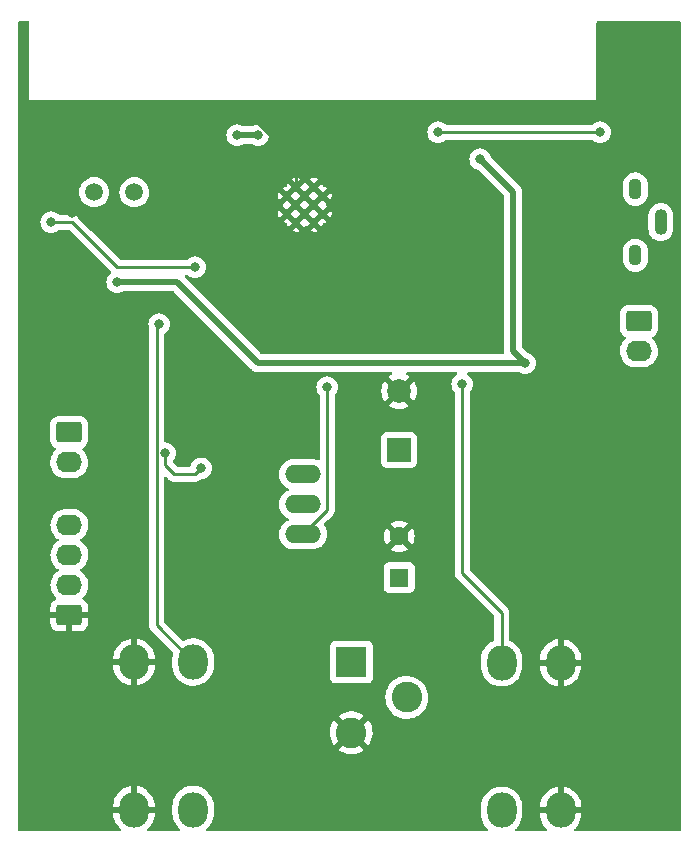
<source format=gbl>
G04 #@! TF.GenerationSoftware,KiCad,Pcbnew,(6.0.10-0)*
G04 #@! TF.CreationDate,2023-03-07T13:43:11-06:00*
G04 #@! TF.ProjectId,v0.0,76302e30-2e6b-4696-9361-645f70636258,rev?*
G04 #@! TF.SameCoordinates,Original*
G04 #@! TF.FileFunction,Copper,L2,Bot*
G04 #@! TF.FilePolarity,Positive*
%FSLAX46Y46*%
G04 Gerber Fmt 4.6, Leading zero omitted, Abs format (unit mm)*
G04 Created by KiCad (PCBNEW (6.0.10-0)) date 2023-03-07 13:43:11*
%MOMM*%
%LPD*%
G01*
G04 APERTURE LIST*
G04 Aperture macros list*
%AMRoundRect*
0 Rectangle with rounded corners*
0 $1 Rounding radius*
0 $2 $3 $4 $5 $6 $7 $8 $9 X,Y pos of 4 corners*
0 Add a 4 corners polygon primitive as box body*
4,1,4,$2,$3,$4,$5,$6,$7,$8,$9,$2,$3,0*
0 Add four circle primitives for the rounded corners*
1,1,$1+$1,$2,$3*
1,1,$1+$1,$4,$5*
1,1,$1+$1,$6,$7*
1,1,$1+$1,$8,$9*
0 Add four rect primitives between the rounded corners*
20,1,$1+$1,$2,$3,$4,$5,0*
20,1,$1+$1,$4,$5,$6,$7,0*
20,1,$1+$1,$6,$7,$8,$9,0*
20,1,$1+$1,$8,$9,$2,$3,0*%
G04 Aperture macros list end*
G04 #@! TA.AperFunction,ComponentPad*
%ADD10RoundRect,0.250000X0.845000X-0.620000X0.845000X0.620000X-0.845000X0.620000X-0.845000X-0.620000X0*%
G04 #@! TD*
G04 #@! TA.AperFunction,ComponentPad*
%ADD11O,2.190000X1.740000*%
G04 #@! TD*
G04 #@! TA.AperFunction,ComponentPad*
%ADD12O,2.500000X3.000000*%
G04 #@! TD*
G04 #@! TA.AperFunction,ComponentPad*
%ADD13R,2.000000X2.000000*%
G04 #@! TD*
G04 #@! TA.AperFunction,ComponentPad*
%ADD14C,2.000000*%
G04 #@! TD*
G04 #@! TA.AperFunction,ComponentPad*
%ADD15RoundRect,0.250000X-0.845000X0.620000X-0.845000X-0.620000X0.845000X-0.620000X0.845000X0.620000X0*%
G04 #@! TD*
G04 #@! TA.AperFunction,ComponentPad*
%ADD16R,2.600000X2.600000*%
G04 #@! TD*
G04 #@! TA.AperFunction,ComponentPad*
%ADD17C,2.600000*%
G04 #@! TD*
G04 #@! TA.AperFunction,ComponentPad*
%ADD18O,3.048000X1.524000*%
G04 #@! TD*
G04 #@! TA.AperFunction,HeatsinkPad*
%ADD19C,0.475000*%
G04 #@! TD*
G04 #@! TA.AperFunction,ComponentPad*
%ADD20R,1.600000X1.600000*%
G04 #@! TD*
G04 #@! TA.AperFunction,ComponentPad*
%ADD21C,1.600000*%
G04 #@! TD*
G04 #@! TA.AperFunction,ComponentPad*
%ADD22O,1.100000X1.800000*%
G04 #@! TD*
G04 #@! TA.AperFunction,ComponentPad*
%ADD23O,1.100000X2.200000*%
G04 #@! TD*
G04 #@! TA.AperFunction,ComponentPad*
%ADD24C,1.500000*%
G04 #@! TD*
G04 #@! TA.AperFunction,ViaPad*
%ADD25C,0.800000*%
G04 #@! TD*
G04 #@! TA.AperFunction,Conductor*
%ADD26C,0.254000*%
G04 #@! TD*
G04 #@! TA.AperFunction,Conductor*
%ADD27C,0.508000*%
G04 #@! TD*
G04 APERTURE END LIST*
D10*
X124734000Y-101346000D03*
D11*
X124734000Y-98806000D03*
X124734000Y-96266000D03*
X124734000Y-93726000D03*
D12*
X130208000Y-117810000D03*
X130208000Y-105310000D03*
X135208000Y-117810000D03*
X135208000Y-105310000D03*
D13*
X152654000Y-87376000D03*
D14*
X152654000Y-82376000D03*
D12*
X161330000Y-105372000D03*
X161330000Y-117872000D03*
X166330000Y-105372000D03*
X166330000Y-117872000D03*
D11*
X172954000Y-78994000D03*
D15*
X172954000Y-76454000D03*
D16*
X148602000Y-105306000D03*
D17*
X148602000Y-111306000D03*
X153302000Y-108306000D03*
D18*
X144526000Y-89408000D03*
X144526000Y-94488000D03*
X144526000Y-91948000D03*
D19*
X143907500Y-68130000D03*
X145432500Y-65080000D03*
X146195000Y-65842500D03*
X143145000Y-65842500D03*
X145432500Y-68130000D03*
X143907500Y-65080000D03*
X143145000Y-67367500D03*
X145432500Y-66605000D03*
X144670000Y-65842500D03*
X143907500Y-66605000D03*
X146195000Y-67367500D03*
X144670000Y-67367500D03*
D20*
X152654000Y-98172651D03*
D21*
X152654000Y-94672651D03*
D11*
X124714000Y-88392000D03*
D15*
X124714000Y-85852000D03*
D22*
X172661000Y-70872000D03*
X172661000Y-65272000D03*
D23*
X174811000Y-68072000D03*
D24*
X126824000Y-65532000D03*
X130224000Y-65532000D03*
D25*
X164846000Y-71374000D03*
X128778000Y-68834000D03*
X129794000Y-83058000D03*
X122936000Y-76962000D03*
X165100000Y-93980000D03*
X124968000Y-67310000D03*
X168656000Y-81280000D03*
X138176000Y-59216500D03*
X127000000Y-76962000D03*
X145288000Y-100330000D03*
X125476000Y-62230000D03*
X169418000Y-73660000D03*
X128778000Y-85090000D03*
X156464000Y-89916000D03*
X135631016Y-83161536D03*
X129794000Y-99314000D03*
X132334000Y-76708000D03*
X163322000Y-80010000D03*
X138938000Y-60706000D03*
X128778000Y-73152000D03*
X140716000Y-60706000D03*
X159512000Y-62738000D03*
X146558000Y-82042000D03*
X132842000Y-87630000D03*
X135895714Y-88905714D03*
X157988000Y-81788000D03*
X123190000Y-68072000D03*
X135382000Y-71882000D03*
X169672000Y-60452000D03*
X155956000Y-60452000D03*
D26*
X140254634Y-59216500D02*
X138176000Y-59216500D01*
X143907500Y-65080000D02*
X143907500Y-62869366D01*
X143907500Y-62869366D02*
X140254634Y-59216500D01*
X132334000Y-76708000D02*
X132115000Y-76927000D01*
X132115000Y-76927000D02*
X132115000Y-102217000D01*
X132115000Y-102217000D02*
X135208000Y-105310000D01*
D27*
X162306000Y-78994000D02*
X162306000Y-65532000D01*
X163322000Y-80010000D02*
X140716000Y-80010000D01*
X163322000Y-80010000D02*
X162306000Y-78994000D01*
X140716000Y-80010000D02*
X133858000Y-73152000D01*
X138938000Y-60706000D02*
X140716000Y-60706000D01*
X162306000Y-65532000D02*
X159512000Y-62738000D01*
X133858000Y-73152000D02*
X128778000Y-73152000D01*
D26*
X146558000Y-92456000D02*
X146558000Y-82042000D01*
X144526000Y-94488000D02*
X146558000Y-92456000D01*
X135382000Y-89408000D02*
X133604000Y-89408000D01*
X132842000Y-88646000D02*
X132842000Y-87630000D01*
X135884286Y-88905714D02*
X135382000Y-89408000D01*
X133604000Y-89408000D02*
X132842000Y-88646000D01*
X135895714Y-88905714D02*
X135884286Y-88905714D01*
X157988000Y-97790000D02*
X157988000Y-81788000D01*
X157988000Y-97790000D02*
X161330000Y-101132000D01*
X161330000Y-101132000D02*
X161330000Y-105372000D01*
X124968000Y-68072000D02*
X123190000Y-68072000D01*
X128778000Y-71882000D02*
X124968000Y-68072000D01*
X135382000Y-71882000D02*
X128778000Y-71882000D01*
X155956000Y-60452000D02*
X169672000Y-60452000D01*
G04 #@! TA.AperFunction,Conductor*
G36*
X121292121Y-51074502D02*
G01*
X121338614Y-51128158D01*
X121350000Y-51180500D01*
X121350000Y-57715000D01*
X169350000Y-57715000D01*
X169350000Y-51180500D01*
X169370002Y-51112379D01*
X169423658Y-51065886D01*
X169476000Y-51054500D01*
X176404000Y-51054500D01*
X176472121Y-51074502D01*
X176518614Y-51128158D01*
X176530000Y-51180500D01*
X176530000Y-119507500D01*
X176509998Y-119575621D01*
X176456342Y-119622114D01*
X176404000Y-119633500D01*
X167607133Y-119633500D01*
X167539012Y-119613498D01*
X167492519Y-119559842D01*
X167482415Y-119489568D01*
X167511909Y-119424988D01*
X167523232Y-119413497D01*
X167594654Y-119349751D01*
X167601139Y-119343035D01*
X167762239Y-119149334D01*
X167767654Y-119141742D01*
X167898354Y-118926354D01*
X167902592Y-118918037D01*
X168000019Y-118685701D01*
X168002980Y-118676851D01*
X168064994Y-118432669D01*
X168066616Y-118423472D01*
X168087684Y-118214247D01*
X168088000Y-118207955D01*
X168088000Y-118144115D01*
X168083525Y-118128876D01*
X168082135Y-118127671D01*
X168074452Y-118126000D01*
X164590115Y-118126000D01*
X164574876Y-118130475D01*
X164573671Y-118131865D01*
X164572000Y-118139548D01*
X164572000Y-118185998D01*
X164572173Y-118190673D01*
X164586088Y-118377926D01*
X164587464Y-118387132D01*
X164643071Y-118632874D01*
X164645795Y-118641785D01*
X164737112Y-118876608D01*
X164741123Y-118885017D01*
X164866146Y-119103760D01*
X164871357Y-119111486D01*
X165027341Y-119309350D01*
X165033641Y-119316226D01*
X165139412Y-119415726D01*
X165175324Y-119476970D01*
X165172424Y-119547907D01*
X165131633Y-119606015D01*
X165065901Y-119632846D01*
X165053079Y-119633500D01*
X162607883Y-119633500D01*
X162539762Y-119613498D01*
X162493269Y-119559842D01*
X162483165Y-119489568D01*
X162512659Y-119424988D01*
X162523982Y-119413497D01*
X162595017Y-119350096D01*
X162598506Y-119346982D01*
X162765637Y-119146030D01*
X162801255Y-119087334D01*
X162898804Y-118926578D01*
X162898806Y-118926574D01*
X162901229Y-118922581D01*
X163002303Y-118681545D01*
X163066641Y-118428217D01*
X163072428Y-118370752D01*
X163088184Y-118214271D01*
X163088500Y-118211133D01*
X163088500Y-117599885D01*
X164572000Y-117599885D01*
X164576475Y-117615124D01*
X164577865Y-117616329D01*
X164585548Y-117618000D01*
X166057885Y-117618000D01*
X166073124Y-117613525D01*
X166074329Y-117612135D01*
X166076000Y-117604452D01*
X166076000Y-117599885D01*
X166584000Y-117599885D01*
X166588475Y-117615124D01*
X166589865Y-117616329D01*
X166597548Y-117618000D01*
X168069885Y-117618000D01*
X168085124Y-117613525D01*
X168086329Y-117612135D01*
X168088000Y-117604452D01*
X168088000Y-117558002D01*
X168087827Y-117553327D01*
X168073912Y-117366074D01*
X168072536Y-117356868D01*
X168016929Y-117111126D01*
X168014205Y-117102215D01*
X167922888Y-116867392D01*
X167918877Y-116858983D01*
X167793854Y-116640240D01*
X167788643Y-116632514D01*
X167632659Y-116434650D01*
X167626366Y-116427782D01*
X167442856Y-116255152D01*
X167435602Y-116249278D01*
X167228597Y-116105673D01*
X167220562Y-116100940D01*
X166994593Y-115989505D01*
X166985960Y-115986017D01*
X166746006Y-115909207D01*
X166736924Y-115907027D01*
X166601880Y-115885033D01*
X166588286Y-115886729D01*
X166584000Y-115900839D01*
X166584000Y-117599885D01*
X166076000Y-117599885D01*
X166076000Y-115900394D01*
X166071982Y-115886710D01*
X166058290Y-115884689D01*
X165968096Y-115896964D01*
X165958978Y-115898902D01*
X165717098Y-115969404D01*
X165708367Y-115972667D01*
X165479558Y-116078151D01*
X165471406Y-116082670D01*
X165260709Y-116220808D01*
X165253304Y-116226491D01*
X165065346Y-116394249D01*
X165058861Y-116400965D01*
X164897761Y-116594666D01*
X164892346Y-116602258D01*
X164761646Y-116817646D01*
X164757408Y-116825963D01*
X164659981Y-117058299D01*
X164657020Y-117067149D01*
X164595006Y-117311331D01*
X164593384Y-117320528D01*
X164572316Y-117529753D01*
X164572000Y-117536045D01*
X164572000Y-117599885D01*
X163088500Y-117599885D01*
X163088500Y-117555646D01*
X163088194Y-117551525D01*
X163074407Y-117366000D01*
X163074406Y-117365996D01*
X163074061Y-117361348D01*
X163064825Y-117320528D01*
X163017408Y-117110980D01*
X163016377Y-117106423D01*
X162992267Y-117044423D01*
X162923340Y-116867176D01*
X162923339Y-116867173D01*
X162921647Y-116862823D01*
X162888823Y-116805392D01*
X162794270Y-116639960D01*
X162791951Y-116635902D01*
X162630138Y-116430643D01*
X162439763Y-116251557D01*
X162287437Y-116145884D01*
X162228851Y-116105241D01*
X162228848Y-116105239D01*
X162225009Y-116102576D01*
X162184644Y-116082670D01*
X161994781Y-115989040D01*
X161994778Y-115989039D01*
X161990593Y-115986975D01*
X161944449Y-115972204D01*
X161746123Y-115908720D01*
X161741665Y-115907293D01*
X161483693Y-115865279D01*
X161369942Y-115863790D01*
X161227022Y-115861919D01*
X161227019Y-115861919D01*
X161222345Y-115861858D01*
X160963362Y-115897104D01*
X160958876Y-115898412D01*
X160958874Y-115898412D01*
X160928405Y-115907293D01*
X160712433Y-115970243D01*
X160708180Y-115972203D01*
X160708179Y-115972204D01*
X160657888Y-115995389D01*
X160475072Y-116079668D01*
X160436067Y-116105241D01*
X160260404Y-116220410D01*
X160260399Y-116220414D01*
X160256491Y-116222976D01*
X160061494Y-116397018D01*
X159894363Y-116597970D01*
X159891934Y-116601973D01*
X159793776Y-116763733D01*
X159758771Y-116821419D01*
X159657697Y-117062455D01*
X159593359Y-117315783D01*
X159571500Y-117532867D01*
X159571500Y-118188354D01*
X159571673Y-118190679D01*
X159571673Y-118190685D01*
X159585055Y-118370752D01*
X159585939Y-118382652D01*
X159586968Y-118387200D01*
X159586969Y-118387206D01*
X159628530Y-118570874D01*
X159643623Y-118637577D01*
X159645315Y-118641929D01*
X159645316Y-118641931D01*
X159728577Y-118856037D01*
X159738353Y-118881177D01*
X159868049Y-119108098D01*
X160029862Y-119313357D01*
X160033264Y-119316557D01*
X160138683Y-119415725D01*
X160174595Y-119476969D01*
X160171695Y-119547906D01*
X160130904Y-119606015D01*
X160065173Y-119632846D01*
X160052350Y-119633500D01*
X136416419Y-119633500D01*
X136348298Y-119613498D01*
X136301805Y-119559842D01*
X136291701Y-119489568D01*
X136321195Y-119424988D01*
X136332518Y-119413497D01*
X136473016Y-119288097D01*
X136476506Y-119284982D01*
X136643637Y-119084030D01*
X136741607Y-118922581D01*
X136776804Y-118864578D01*
X136776806Y-118864574D01*
X136779229Y-118860581D01*
X136880303Y-118619545D01*
X136944641Y-118366217D01*
X136966500Y-118149133D01*
X136966500Y-117493646D01*
X136966327Y-117491315D01*
X136952407Y-117304000D01*
X136952406Y-117303996D01*
X136952061Y-117299348D01*
X136942825Y-117258528D01*
X136895408Y-117048980D01*
X136894377Y-117044423D01*
X136822180Y-116858767D01*
X136801340Y-116805176D01*
X136801339Y-116805173D01*
X136799647Y-116800823D01*
X136669951Y-116573902D01*
X136508138Y-116368643D01*
X136317763Y-116189557D01*
X136156539Y-116077711D01*
X136106851Y-116043241D01*
X136106848Y-116043239D01*
X136103009Y-116040576D01*
X136062644Y-116020670D01*
X135872781Y-115927040D01*
X135872778Y-115927039D01*
X135868593Y-115924975D01*
X135822449Y-115910204D01*
X135624123Y-115846720D01*
X135619665Y-115845293D01*
X135361693Y-115803279D01*
X135247942Y-115801790D01*
X135105022Y-115799919D01*
X135105019Y-115799919D01*
X135100345Y-115799858D01*
X134841362Y-115835104D01*
X134836876Y-115836412D01*
X134836874Y-115836412D01*
X134806405Y-115845293D01*
X134590433Y-115908243D01*
X134586180Y-115910203D01*
X134586179Y-115910204D01*
X134535888Y-115933389D01*
X134353072Y-116017668D01*
X134314067Y-116043241D01*
X134138404Y-116158410D01*
X134138399Y-116158414D01*
X134134491Y-116160976D01*
X133939494Y-116335018D01*
X133772363Y-116535970D01*
X133769934Y-116539973D01*
X133732139Y-116602258D01*
X133636771Y-116759419D01*
X133535697Y-117000455D01*
X133471359Y-117253783D01*
X133470891Y-117258434D01*
X133470890Y-117258438D01*
X133465564Y-117311331D01*
X133449500Y-117470867D01*
X133449500Y-118126354D01*
X133449673Y-118128679D01*
X133449673Y-118128685D01*
X133456032Y-118214247D01*
X133463939Y-118320652D01*
X133464968Y-118325200D01*
X133464969Y-118325206D01*
X133489286Y-118432669D01*
X133521623Y-118575577D01*
X133523315Y-118579929D01*
X133523316Y-118579931D01*
X133561072Y-118677020D01*
X133616353Y-118819177D01*
X133618670Y-118823231D01*
X133618671Y-118823233D01*
X133649301Y-118876824D01*
X133746049Y-119046098D01*
X133907862Y-119251357D01*
X133911264Y-119254557D01*
X134082591Y-119415725D01*
X134118503Y-119476969D01*
X134115603Y-119547906D01*
X134074812Y-119606015D01*
X134009081Y-119632846D01*
X133996258Y-119633500D01*
X131415668Y-119633500D01*
X131347547Y-119613498D01*
X131301054Y-119559842D01*
X131290950Y-119489568D01*
X131320444Y-119424988D01*
X131331767Y-119413497D01*
X131472654Y-119287751D01*
X131479139Y-119281035D01*
X131640239Y-119087334D01*
X131645654Y-119079742D01*
X131776354Y-118864354D01*
X131780592Y-118856037D01*
X131878019Y-118623701D01*
X131880980Y-118614851D01*
X131942994Y-118370669D01*
X131944616Y-118361472D01*
X131965684Y-118152247D01*
X131966000Y-118145955D01*
X131966000Y-118082115D01*
X131961525Y-118066876D01*
X131960135Y-118065671D01*
X131952452Y-118064000D01*
X128468115Y-118064000D01*
X128452876Y-118068475D01*
X128451671Y-118069865D01*
X128450000Y-118077548D01*
X128450000Y-118123998D01*
X128450173Y-118128673D01*
X128464088Y-118315926D01*
X128465464Y-118325132D01*
X128521071Y-118570874D01*
X128523795Y-118579785D01*
X128615112Y-118814608D01*
X128619123Y-118823017D01*
X128744146Y-119041760D01*
X128749357Y-119049486D01*
X128905341Y-119247350D01*
X128911634Y-119254218D01*
X129083320Y-119415725D01*
X129119232Y-119476970D01*
X129116332Y-119547907D01*
X129075541Y-119606015D01*
X129009809Y-119632846D01*
X128996987Y-119633500D01*
X120522000Y-119633500D01*
X120453879Y-119613498D01*
X120407386Y-119559842D01*
X120396000Y-119507500D01*
X120396000Y-117537885D01*
X128450000Y-117537885D01*
X128454475Y-117553124D01*
X128455865Y-117554329D01*
X128463548Y-117556000D01*
X129935885Y-117556000D01*
X129951124Y-117551525D01*
X129952329Y-117550135D01*
X129954000Y-117542452D01*
X129954000Y-117537885D01*
X130462000Y-117537885D01*
X130466475Y-117553124D01*
X130467865Y-117554329D01*
X130475548Y-117556000D01*
X131947885Y-117556000D01*
X131963124Y-117551525D01*
X131964329Y-117550135D01*
X131966000Y-117542452D01*
X131966000Y-117496002D01*
X131965827Y-117491327D01*
X131951912Y-117304074D01*
X131950536Y-117294868D01*
X131894929Y-117049126D01*
X131892205Y-117040215D01*
X131800888Y-116805392D01*
X131796877Y-116796983D01*
X131671854Y-116578240D01*
X131666643Y-116570514D01*
X131510659Y-116372650D01*
X131504366Y-116365782D01*
X131320856Y-116193152D01*
X131313602Y-116187278D01*
X131106597Y-116043673D01*
X131098562Y-116038940D01*
X130872593Y-115927505D01*
X130863960Y-115924017D01*
X130624006Y-115847207D01*
X130614924Y-115845027D01*
X130479880Y-115823033D01*
X130466286Y-115824729D01*
X130462000Y-115838839D01*
X130462000Y-117537885D01*
X129954000Y-117537885D01*
X129954000Y-115838394D01*
X129949982Y-115824710D01*
X129936290Y-115822689D01*
X129846096Y-115834964D01*
X129836978Y-115836902D01*
X129595098Y-115907404D01*
X129586367Y-115910667D01*
X129357558Y-116016151D01*
X129349406Y-116020670D01*
X129138709Y-116158808D01*
X129131304Y-116164491D01*
X128943346Y-116332249D01*
X128936861Y-116338965D01*
X128775761Y-116532666D01*
X128770346Y-116540258D01*
X128639646Y-116755646D01*
X128635408Y-116763963D01*
X128537981Y-116996299D01*
X128535020Y-117005149D01*
X128473006Y-117249331D01*
X128471384Y-117258528D01*
X128450316Y-117467753D01*
X128450000Y-117474045D01*
X128450000Y-117537885D01*
X120396000Y-117537885D01*
X120396000Y-112750906D01*
X147521839Y-112750906D01*
X147530553Y-112762427D01*
X147637452Y-112840809D01*
X147645351Y-112845745D01*
X147874905Y-112966519D01*
X147883454Y-112970236D01*
X148128327Y-113055749D01*
X148137336Y-113058163D01*
X148392166Y-113106544D01*
X148401423Y-113107598D01*
X148660607Y-113117783D01*
X148669921Y-113117457D01*
X148927753Y-113089220D01*
X148936930Y-113087519D01*
X149187758Y-113021481D01*
X149196574Y-113018445D01*
X149434880Y-112916062D01*
X149443167Y-112911748D01*
X149663718Y-112775266D01*
X149671268Y-112769780D01*
X149676559Y-112765301D01*
X149684997Y-112752497D01*
X149678935Y-112742145D01*
X148614812Y-111678022D01*
X148600868Y-111670408D01*
X148599035Y-111670539D01*
X148592420Y-111674790D01*
X147528497Y-112738713D01*
X147521839Y-112750906D01*
X120396000Y-112750906D01*
X120396000Y-111263211D01*
X146789775Y-111263211D01*
X146802220Y-111522288D01*
X146803356Y-111531543D01*
X146853961Y-111785945D01*
X146856449Y-111794917D01*
X146944095Y-112039033D01*
X146947895Y-112047568D01*
X147070658Y-112276042D01*
X147075666Y-112283904D01*
X147145720Y-112377716D01*
X147156979Y-112386165D01*
X147169397Y-112379393D01*
X148229978Y-111318812D01*
X148236356Y-111307132D01*
X148966408Y-111307132D01*
X148966539Y-111308965D01*
X148970790Y-111315580D01*
X150038094Y-112382884D01*
X150050474Y-112389644D01*
X150058815Y-112383400D01*
X150192832Y-112175048D01*
X150197275Y-112166864D01*
X150303807Y-111930370D01*
X150306997Y-111921605D01*
X150377402Y-111671972D01*
X150379262Y-111662830D01*
X150412187Y-111404019D01*
X150412668Y-111397733D01*
X150414987Y-111309160D01*
X150414836Y-111302851D01*
X150395501Y-111042663D01*
X150394125Y-111033457D01*
X150336878Y-110780467D01*
X150334154Y-110771556D01*
X150240143Y-110529806D01*
X150236132Y-110521397D01*
X150107422Y-110296202D01*
X150102211Y-110288476D01*
X150058996Y-110233658D01*
X150047071Y-110225187D01*
X150035537Y-110231673D01*
X148974022Y-111293188D01*
X148966408Y-111307132D01*
X148236356Y-111307132D01*
X148237592Y-111304868D01*
X148237461Y-111303035D01*
X148233210Y-111296420D01*
X147167816Y-110231026D01*
X147154507Y-110223758D01*
X147144472Y-110230878D01*
X147128937Y-110249556D01*
X147123531Y-110257135D01*
X146988965Y-110478891D01*
X146984736Y-110487192D01*
X146884432Y-110726389D01*
X146881471Y-110735239D01*
X146817628Y-110986625D01*
X146816006Y-110995822D01*
X146790020Y-111253885D01*
X146789775Y-111263211D01*
X120396000Y-111263211D01*
X120396000Y-109858689D01*
X147519102Y-109858689D01*
X147523675Y-109868465D01*
X148589188Y-110933978D01*
X148603132Y-110941592D01*
X148604965Y-110941461D01*
X148611580Y-110937210D01*
X149676349Y-109872441D01*
X149682733Y-109860751D01*
X149673321Y-109848641D01*
X149526045Y-109746471D01*
X149518010Y-109741738D01*
X149285376Y-109627016D01*
X149276743Y-109623528D01*
X149029703Y-109544450D01*
X149020643Y-109542274D01*
X148764630Y-109500580D01*
X148755343Y-109499768D01*
X148495992Y-109496373D01*
X148486681Y-109496943D01*
X148229682Y-109531919D01*
X148220546Y-109533860D01*
X147971543Y-109606439D01*
X147962800Y-109609707D01*
X147727252Y-109718296D01*
X147719097Y-109722816D01*
X147528240Y-109847947D01*
X147519102Y-109858689D01*
X120396000Y-109858689D01*
X120396000Y-108258526D01*
X151489050Y-108258526D01*
X151501947Y-108527019D01*
X151554388Y-108790656D01*
X151645220Y-109043646D01*
X151772450Y-109280431D01*
X151775241Y-109284168D01*
X151775245Y-109284175D01*
X151856887Y-109393506D01*
X151933281Y-109495810D01*
X151936590Y-109499090D01*
X151936595Y-109499096D01*
X152065637Y-109627016D01*
X152124180Y-109685050D01*
X152127942Y-109687808D01*
X152127945Y-109687811D01*
X152240299Y-109770192D01*
X152340954Y-109843995D01*
X152345089Y-109846171D01*
X152345093Y-109846173D01*
X152574698Y-109966975D01*
X152578840Y-109969154D01*
X152832613Y-110057775D01*
X152837206Y-110058647D01*
X153092109Y-110107042D01*
X153092112Y-110107042D01*
X153096698Y-110107913D01*
X153224370Y-110112929D01*
X153360625Y-110118283D01*
X153360630Y-110118283D01*
X153365293Y-110118466D01*
X153469607Y-110107042D01*
X153627844Y-110089713D01*
X153627850Y-110089712D01*
X153632497Y-110089203D01*
X153637021Y-110088012D01*
X153887918Y-110021956D01*
X153887920Y-110021955D01*
X153892441Y-110020765D01*
X153896738Y-110018919D01*
X154135120Y-109916502D01*
X154135122Y-109916501D01*
X154139414Y-109914657D01*
X154258071Y-109841230D01*
X154364017Y-109775669D01*
X154364021Y-109775666D01*
X154367990Y-109773210D01*
X154573149Y-109599530D01*
X154750382Y-109397434D01*
X154895797Y-109171361D01*
X155006199Y-108926278D01*
X155043209Y-108795051D01*
X155077893Y-108672072D01*
X155077894Y-108672069D01*
X155079163Y-108667568D01*
X155097043Y-108527019D01*
X155112688Y-108404045D01*
X155112688Y-108404041D01*
X155113086Y-108400915D01*
X155115571Y-108306000D01*
X155095650Y-108037937D01*
X155036327Y-107775763D01*
X154938902Y-107525238D01*
X154805518Y-107291864D01*
X154800136Y-107285036D01*
X154702614Y-107161330D01*
X154639105Y-107080769D01*
X154443317Y-106896591D01*
X154238577Y-106754557D01*
X154226299Y-106746039D01*
X154226296Y-106746037D01*
X154222457Y-106743374D01*
X154218264Y-106741306D01*
X153985564Y-106626551D01*
X153985561Y-106626550D01*
X153981376Y-106624486D01*
X153933745Y-106609239D01*
X153747950Y-106549766D01*
X153725370Y-106542538D01*
X153720763Y-106541788D01*
X153720760Y-106541787D01*
X153464674Y-106500081D01*
X153464675Y-106500081D01*
X153460063Y-106499330D01*
X153329719Y-106497624D01*
X153195961Y-106495873D01*
X153195958Y-106495873D01*
X153191284Y-106495812D01*
X152924937Y-106532060D01*
X152920451Y-106533368D01*
X152920449Y-106533368D01*
X152891565Y-106541787D01*
X152666874Y-106607278D01*
X152422763Y-106719815D01*
X152418854Y-106722378D01*
X152201881Y-106864631D01*
X152201876Y-106864635D01*
X152197968Y-106867197D01*
X151997426Y-107046188D01*
X151825544Y-107252854D01*
X151686096Y-107482656D01*
X151582148Y-107730545D01*
X151515981Y-107991077D01*
X151489050Y-108258526D01*
X120396000Y-108258526D01*
X120396000Y-105623998D01*
X128450000Y-105623998D01*
X128450173Y-105628673D01*
X128464088Y-105815926D01*
X128465464Y-105825132D01*
X128521071Y-106070874D01*
X128523795Y-106079785D01*
X128615112Y-106314608D01*
X128619123Y-106323017D01*
X128744146Y-106541760D01*
X128749357Y-106549486D01*
X128905341Y-106747350D01*
X128911634Y-106754218D01*
X129095144Y-106926848D01*
X129102398Y-106932722D01*
X129309403Y-107076327D01*
X129317438Y-107081060D01*
X129543407Y-107192495D01*
X129552040Y-107195983D01*
X129791994Y-107272793D01*
X129801076Y-107274973D01*
X129936120Y-107296967D01*
X129949714Y-107295271D01*
X129953865Y-107281606D01*
X130462000Y-107281606D01*
X130466018Y-107295290D01*
X130479710Y-107297311D01*
X130569904Y-107285036D01*
X130579022Y-107283098D01*
X130820902Y-107212596D01*
X130829633Y-107209333D01*
X131058442Y-107103849D01*
X131066594Y-107099330D01*
X131277291Y-106961192D01*
X131284696Y-106955509D01*
X131472654Y-106787751D01*
X131479139Y-106781035D01*
X131640239Y-106587334D01*
X131645654Y-106579742D01*
X131776354Y-106364354D01*
X131780592Y-106356037D01*
X131878019Y-106123701D01*
X131880980Y-106114851D01*
X131942994Y-105870669D01*
X131944616Y-105861472D01*
X131965684Y-105652247D01*
X131966000Y-105645955D01*
X131966000Y-105582115D01*
X131961525Y-105566876D01*
X131960135Y-105565671D01*
X131952452Y-105564000D01*
X130480115Y-105564000D01*
X130464876Y-105568475D01*
X130463671Y-105569865D01*
X130462000Y-105577548D01*
X130462000Y-107281606D01*
X129953865Y-107281606D01*
X129954000Y-107281161D01*
X129954000Y-105582115D01*
X129949525Y-105566876D01*
X129948135Y-105565671D01*
X129940452Y-105564000D01*
X128468115Y-105564000D01*
X128452876Y-105568475D01*
X128451671Y-105569865D01*
X128450000Y-105577548D01*
X128450000Y-105623998D01*
X120396000Y-105623998D01*
X120396000Y-105037885D01*
X128450000Y-105037885D01*
X128454475Y-105053124D01*
X128455865Y-105054329D01*
X128463548Y-105056000D01*
X129935885Y-105056000D01*
X129951124Y-105051525D01*
X129952329Y-105050135D01*
X129954000Y-105042452D01*
X129954000Y-105037885D01*
X130462000Y-105037885D01*
X130466475Y-105053124D01*
X130467865Y-105054329D01*
X130475548Y-105056000D01*
X131947885Y-105056000D01*
X131963124Y-105051525D01*
X131964329Y-105050135D01*
X131966000Y-105042452D01*
X131966000Y-104996002D01*
X131965827Y-104991327D01*
X131951912Y-104804074D01*
X131950536Y-104794868D01*
X131894929Y-104549126D01*
X131892205Y-104540215D01*
X131800888Y-104305392D01*
X131796877Y-104296983D01*
X131671854Y-104078240D01*
X131666643Y-104070514D01*
X131510659Y-103872650D01*
X131504366Y-103865782D01*
X131320856Y-103693152D01*
X131313602Y-103687278D01*
X131106597Y-103543673D01*
X131098562Y-103538940D01*
X130872593Y-103427505D01*
X130863960Y-103424017D01*
X130624006Y-103347207D01*
X130614924Y-103345027D01*
X130479880Y-103323033D01*
X130466286Y-103324729D01*
X130462000Y-103338839D01*
X130462000Y-105037885D01*
X129954000Y-105037885D01*
X129954000Y-103338394D01*
X129949982Y-103324710D01*
X129936290Y-103322689D01*
X129846096Y-103334964D01*
X129836978Y-103336902D01*
X129595098Y-103407404D01*
X129586367Y-103410667D01*
X129357558Y-103516151D01*
X129349406Y-103520670D01*
X129138709Y-103658808D01*
X129131304Y-103664491D01*
X128943346Y-103832249D01*
X128936861Y-103838965D01*
X128775761Y-104032666D01*
X128770346Y-104040258D01*
X128639646Y-104255646D01*
X128635408Y-104263963D01*
X128537981Y-104496299D01*
X128535020Y-104505149D01*
X128473006Y-104749331D01*
X128471384Y-104758528D01*
X128450316Y-104967753D01*
X128450000Y-104974045D01*
X128450000Y-105037885D01*
X120396000Y-105037885D01*
X120396000Y-102013095D01*
X123131001Y-102013095D01*
X123131338Y-102019614D01*
X123141257Y-102115206D01*
X123144149Y-102128600D01*
X123195588Y-102282784D01*
X123201761Y-102295962D01*
X123287063Y-102433807D01*
X123296099Y-102445208D01*
X123410829Y-102559739D01*
X123422240Y-102568751D01*
X123560243Y-102653816D01*
X123573424Y-102659963D01*
X123727710Y-102711138D01*
X123741086Y-102714005D01*
X123835438Y-102723672D01*
X123841854Y-102724000D01*
X124461885Y-102724000D01*
X124477124Y-102719525D01*
X124478329Y-102718135D01*
X124480000Y-102710452D01*
X124480000Y-102705884D01*
X124988000Y-102705884D01*
X124992475Y-102721123D01*
X124993865Y-102722328D01*
X125001548Y-102723999D01*
X125626095Y-102723999D01*
X125632614Y-102723662D01*
X125728206Y-102713743D01*
X125741600Y-102710851D01*
X125895784Y-102659412D01*
X125908962Y-102653239D01*
X126046807Y-102567937D01*
X126058208Y-102558901D01*
X126172739Y-102444171D01*
X126181751Y-102432760D01*
X126266816Y-102294757D01*
X126272963Y-102281576D01*
X126324138Y-102127290D01*
X126327005Y-102113914D01*
X126336672Y-102019562D01*
X126337000Y-102013146D01*
X126337000Y-101618115D01*
X126332525Y-101602876D01*
X126331135Y-101601671D01*
X126323452Y-101600000D01*
X125006115Y-101600000D01*
X124990876Y-101604475D01*
X124989671Y-101605865D01*
X124988000Y-101613548D01*
X124988000Y-102705884D01*
X124480000Y-102705884D01*
X124480000Y-101618115D01*
X124475525Y-101602876D01*
X124474135Y-101601671D01*
X124466452Y-101600000D01*
X123149116Y-101600000D01*
X123133877Y-101604475D01*
X123132672Y-101605865D01*
X123131001Y-101613548D01*
X123131001Y-102013095D01*
X120396000Y-102013095D01*
X120396000Y-98740829D01*
X123127052Y-98740829D01*
X123135828Y-98974604D01*
X123136923Y-98979822D01*
X123160118Y-99090366D01*
X123183868Y-99203559D01*
X123269797Y-99421146D01*
X123391159Y-99621144D01*
X123544483Y-99797834D01*
X123548615Y-99801222D01*
X123582201Y-99828761D01*
X123622196Y-99887421D01*
X123624127Y-99958391D01*
X123587383Y-100019139D01*
X123564843Y-100034220D01*
X123565268Y-100034906D01*
X123421193Y-100124063D01*
X123409792Y-100133099D01*
X123295261Y-100247829D01*
X123286249Y-100259240D01*
X123201184Y-100397243D01*
X123195037Y-100410424D01*
X123143862Y-100564710D01*
X123140995Y-100578086D01*
X123131328Y-100672438D01*
X123131000Y-100678855D01*
X123131000Y-101073885D01*
X123135475Y-101089124D01*
X123136865Y-101090329D01*
X123144548Y-101092000D01*
X126318884Y-101092000D01*
X126334123Y-101087525D01*
X126335328Y-101086135D01*
X126336999Y-101078452D01*
X126336999Y-100678905D01*
X126336662Y-100672386D01*
X126326743Y-100576794D01*
X126323851Y-100563400D01*
X126272412Y-100409216D01*
X126266239Y-100396038D01*
X126180937Y-100258193D01*
X126171901Y-100246792D01*
X126057171Y-100132261D01*
X126045760Y-100123249D01*
X125901525Y-100034342D01*
X125902817Y-100032245D01*
X125858308Y-99993044D01*
X125838856Y-99924764D01*
X125859407Y-99856807D01*
X125877878Y-99834614D01*
X125995168Y-99722724D01*
X126134813Y-99535035D01*
X126190398Y-99425709D01*
X126238420Y-99331256D01*
X126238420Y-99331255D01*
X126240838Y-99326500D01*
X126310210Y-99103083D01*
X126312876Y-99082967D01*
X126340248Y-98876455D01*
X126340248Y-98876451D01*
X126340948Y-98871171D01*
X126332172Y-98637396D01*
X126284132Y-98408441D01*
X126198203Y-98190854D01*
X126142215Y-98098588D01*
X126079609Y-97995417D01*
X126079607Y-97995414D01*
X126076841Y-97990856D01*
X125923517Y-97814166D01*
X125742614Y-97665835D01*
X125737984Y-97663199D01*
X125737979Y-97663196D01*
X125705484Y-97644699D01*
X125656178Y-97593616D01*
X125642317Y-97523985D01*
X125668301Y-97457915D01*
X125697450Y-97430677D01*
X125738885Y-97402781D01*
X125825896Y-97344202D01*
X125995168Y-97182724D01*
X126134813Y-96995035D01*
X126169190Y-96927422D01*
X126238420Y-96791256D01*
X126238420Y-96791255D01*
X126240838Y-96786500D01*
X126310210Y-96563083D01*
X126327239Y-96434604D01*
X126340248Y-96336455D01*
X126340248Y-96336451D01*
X126340948Y-96331171D01*
X126332172Y-96097396D01*
X126284132Y-95868441D01*
X126198203Y-95650854D01*
X126106849Y-95500308D01*
X126079609Y-95455417D01*
X126079607Y-95455414D01*
X126076841Y-95450856D01*
X125923517Y-95274166D01*
X125742614Y-95125835D01*
X125737984Y-95123199D01*
X125737979Y-95123196D01*
X125705484Y-95104699D01*
X125656178Y-95053616D01*
X125642317Y-94983985D01*
X125668301Y-94917915D01*
X125697450Y-94890677D01*
X125738885Y-94862781D01*
X125825896Y-94804202D01*
X125995168Y-94642724D01*
X126134813Y-94455035D01*
X126141261Y-94442354D01*
X126238420Y-94251256D01*
X126238420Y-94251255D01*
X126240838Y-94246500D01*
X126310210Y-94023083D01*
X126311762Y-94011374D01*
X126340248Y-93796455D01*
X126340248Y-93796451D01*
X126340948Y-93791171D01*
X126332172Y-93557396D01*
X126284132Y-93328441D01*
X126198203Y-93110854D01*
X126106849Y-92960308D01*
X126079609Y-92915417D01*
X126079607Y-92915414D01*
X126076841Y-92910856D01*
X125923517Y-92734166D01*
X125742614Y-92585835D01*
X125563629Y-92483950D01*
X125543945Y-92472745D01*
X125543943Y-92472744D01*
X125539305Y-92470104D01*
X125319404Y-92390284D01*
X125314155Y-92389335D01*
X125314152Y-92389334D01*
X125232960Y-92374652D01*
X125089197Y-92348656D01*
X125085058Y-92348461D01*
X125085051Y-92348460D01*
X125066172Y-92347570D01*
X125066165Y-92347570D01*
X125064684Y-92347500D01*
X124450262Y-92347500D01*
X124382359Y-92353262D01*
X124281209Y-92361844D01*
X124281205Y-92361845D01*
X124275898Y-92362295D01*
X124270741Y-92363633D01*
X124270738Y-92363634D01*
X124054629Y-92419725D01*
X124054625Y-92419726D01*
X124049460Y-92421067D01*
X124044594Y-92423259D01*
X124044591Y-92423260D01*
X123934739Y-92472745D01*
X123836163Y-92517150D01*
X123831730Y-92520134D01*
X123831729Y-92520135D01*
X123786071Y-92550874D01*
X123642104Y-92647798D01*
X123638247Y-92651477D01*
X123638245Y-92651479D01*
X123604027Y-92684122D01*
X123472832Y-92809276D01*
X123333187Y-92996965D01*
X123330771Y-93001716D01*
X123330769Y-93001720D01*
X123245623Y-93169190D01*
X123227162Y-93205500D01*
X123157790Y-93428917D01*
X123157089Y-93434204D01*
X123157089Y-93434205D01*
X123135236Y-93599085D01*
X123127052Y-93660829D01*
X123127252Y-93666158D01*
X123127252Y-93666160D01*
X123128142Y-93689871D01*
X123135828Y-93894604D01*
X123183868Y-94123559D01*
X123269797Y-94341146D01*
X123391159Y-94541144D01*
X123544483Y-94717834D01*
X123725386Y-94866165D01*
X123730016Y-94868801D01*
X123730021Y-94868804D01*
X123762516Y-94887301D01*
X123811822Y-94938384D01*
X123825683Y-95008015D01*
X123799699Y-95074085D01*
X123770550Y-95101323D01*
X123761828Y-95107195D01*
X123642104Y-95187798D01*
X123472832Y-95349276D01*
X123333187Y-95536965D01*
X123330771Y-95541716D01*
X123330769Y-95541720D01*
X123272756Y-95655823D01*
X123227162Y-95745500D01*
X123157790Y-95968917D01*
X123157089Y-95974204D01*
X123157089Y-95974205D01*
X123140055Y-96102727D01*
X123127052Y-96200829D01*
X123135828Y-96434604D01*
X123183868Y-96663559D01*
X123269797Y-96881146D01*
X123272566Y-96885709D01*
X123347618Y-97009390D01*
X123391159Y-97081144D01*
X123544483Y-97257834D01*
X123725386Y-97406165D01*
X123730016Y-97408801D01*
X123730021Y-97408804D01*
X123762516Y-97427301D01*
X123811822Y-97478384D01*
X123825683Y-97548015D01*
X123799699Y-97614085D01*
X123770550Y-97641323D01*
X123738061Y-97663196D01*
X123642104Y-97727798D01*
X123472832Y-97889276D01*
X123333187Y-98076965D01*
X123330771Y-98081716D01*
X123330769Y-98081720D01*
X123239842Y-98260561D01*
X123227162Y-98285500D01*
X123157790Y-98508917D01*
X123157089Y-98514204D01*
X123157089Y-98514205D01*
X123140055Y-98642727D01*
X123127052Y-98740829D01*
X120396000Y-98740829D01*
X120396000Y-88326829D01*
X123107052Y-88326829D01*
X123115828Y-88560604D01*
X123116923Y-88565822D01*
X123160289Y-88772500D01*
X123163868Y-88789559D01*
X123249797Y-89007146D01*
X123371159Y-89207144D01*
X123524483Y-89383834D01*
X123705386Y-89532165D01*
X123908695Y-89647896D01*
X124128596Y-89727716D01*
X124133845Y-89728665D01*
X124133848Y-89728666D01*
X124215040Y-89743348D01*
X124358803Y-89769344D01*
X124362942Y-89769539D01*
X124362949Y-89769540D01*
X124381828Y-89770430D01*
X124381835Y-89770430D01*
X124383316Y-89770500D01*
X124997738Y-89770500D01*
X125065641Y-89764738D01*
X125166791Y-89756156D01*
X125166795Y-89756155D01*
X125172102Y-89755705D01*
X125177259Y-89754367D01*
X125177262Y-89754366D01*
X125393371Y-89698275D01*
X125393375Y-89698274D01*
X125398540Y-89696933D01*
X125403406Y-89694741D01*
X125403409Y-89694740D01*
X125606964Y-89603045D01*
X125611837Y-89600850D01*
X125805896Y-89470202D01*
X125829098Y-89448069D01*
X125896433Y-89383834D01*
X125975168Y-89308724D01*
X125994313Y-89282993D01*
X126044014Y-89216192D01*
X126114813Y-89121035D01*
X126131061Y-89089079D01*
X126218420Y-88917256D01*
X126218420Y-88917255D01*
X126220838Y-88912500D01*
X126290210Y-88689083D01*
X126290911Y-88683795D01*
X126320248Y-88462455D01*
X126320248Y-88462451D01*
X126320948Y-88457171D01*
X126312172Y-88223396D01*
X126284145Y-88089823D01*
X126265229Y-87999668D01*
X126265228Y-87999665D01*
X126264132Y-87994441D01*
X126178203Y-87776854D01*
X126106495Y-87658683D01*
X126059609Y-87581417D01*
X126059607Y-87581414D01*
X126056841Y-87576856D01*
X125903517Y-87400166D01*
X125866229Y-87369592D01*
X125826236Y-87310933D01*
X125824305Y-87239962D01*
X125861050Y-87179214D01*
X125883390Y-87164267D01*
X125882946Y-87163550D01*
X125987622Y-87098774D01*
X126033348Y-87070478D01*
X126158305Y-86945303D01*
X126251115Y-86794738D01*
X126306797Y-86626861D01*
X126317500Y-86522400D01*
X126317500Y-85181600D01*
X126306526Y-85075834D01*
X126250550Y-84908054D01*
X126157478Y-84757652D01*
X126032303Y-84632695D01*
X126026072Y-84628854D01*
X125887968Y-84543725D01*
X125887966Y-84543724D01*
X125881738Y-84539885D01*
X125721254Y-84486655D01*
X125720389Y-84486368D01*
X125720387Y-84486368D01*
X125713861Y-84484203D01*
X125707025Y-84483503D01*
X125707022Y-84483502D01*
X125663969Y-84479091D01*
X125609400Y-84473500D01*
X123818600Y-84473500D01*
X123815354Y-84473837D01*
X123815350Y-84473837D01*
X123719692Y-84483762D01*
X123719688Y-84483763D01*
X123712834Y-84484474D01*
X123706298Y-84486655D01*
X123706296Y-84486655D01*
X123574194Y-84530728D01*
X123545054Y-84540450D01*
X123394652Y-84633522D01*
X123269695Y-84758697D01*
X123176885Y-84909262D01*
X123121203Y-85077139D01*
X123110500Y-85181600D01*
X123110500Y-86522400D01*
X123110837Y-86525646D01*
X123110837Y-86525650D01*
X123118085Y-86595500D01*
X123121474Y-86628166D01*
X123123655Y-86634702D01*
X123123655Y-86634704D01*
X123165402Y-86759834D01*
X123177450Y-86795946D01*
X123270522Y-86946348D01*
X123395697Y-87071305D01*
X123401927Y-87075145D01*
X123401928Y-87075146D01*
X123546262Y-87164115D01*
X123544938Y-87166262D01*
X123589290Y-87205312D01*
X123608752Y-87273589D01*
X123588212Y-87341549D01*
X123569728Y-87363761D01*
X123456694Y-87471590D01*
X123456684Y-87471602D01*
X123452832Y-87475276D01*
X123313187Y-87662965D01*
X123310771Y-87667716D01*
X123310769Y-87667720D01*
X123230191Y-87826206D01*
X123207162Y-87871500D01*
X123137790Y-88094917D01*
X123137089Y-88100204D01*
X123137089Y-88100205D01*
X123109282Y-88310007D01*
X123107052Y-88326829D01*
X120396000Y-88326829D01*
X120396000Y-76708000D01*
X131420496Y-76708000D01*
X131440458Y-76897928D01*
X131442498Y-76904206D01*
X131473333Y-76999106D01*
X131479500Y-77038042D01*
X131479500Y-102137980D01*
X131478970Y-102149214D01*
X131477292Y-102156719D01*
X131477541Y-102164638D01*
X131479438Y-102225012D01*
X131479500Y-102228969D01*
X131479500Y-102256983D01*
X131479996Y-102260908D01*
X131479996Y-102260909D01*
X131480008Y-102261004D01*
X131480941Y-102272849D01*
X131482335Y-102317205D01*
X131484547Y-102324817D01*
X131488013Y-102336748D01*
X131492023Y-102356112D01*
X131494573Y-102376299D01*
X131497489Y-102383663D01*
X131497490Y-102383668D01*
X131510907Y-102417556D01*
X131514752Y-102428785D01*
X131527131Y-102471393D01*
X131531169Y-102478220D01*
X131531170Y-102478223D01*
X131537488Y-102488906D01*
X131546188Y-102506664D01*
X131550761Y-102518215D01*
X131550765Y-102518221D01*
X131553681Y-102525588D01*
X131558339Y-102531999D01*
X131558340Y-102532001D01*
X131579764Y-102561488D01*
X131586281Y-102571410D01*
X131604826Y-102602768D01*
X131604829Y-102602772D01*
X131608866Y-102609598D01*
X131623250Y-102623982D01*
X131636091Y-102639016D01*
X131648058Y-102655487D01*
X131654166Y-102660540D01*
X131682255Y-102683777D01*
X131691035Y-102691767D01*
X133477746Y-104478479D01*
X133511772Y-104540791D01*
X133510774Y-104598589D01*
X133471359Y-104753783D01*
X133470891Y-104758434D01*
X133470890Y-104758438D01*
X133465564Y-104811331D01*
X133449500Y-104970867D01*
X133449500Y-105626354D01*
X133449673Y-105628679D01*
X133449673Y-105628685D01*
X133456032Y-105714247D01*
X133463939Y-105820652D01*
X133464968Y-105825200D01*
X133464969Y-105825206D01*
X133489286Y-105932669D01*
X133521623Y-106075577D01*
X133523315Y-106079929D01*
X133523316Y-106079931D01*
X133561072Y-106177020D01*
X133616353Y-106319177D01*
X133618670Y-106323231D01*
X133618671Y-106323233D01*
X133649301Y-106376824D01*
X133746049Y-106546098D01*
X133907862Y-106751357D01*
X134098237Y-106930443D01*
X134232507Y-107023590D01*
X134308527Y-107076327D01*
X134312991Y-107079424D01*
X134317181Y-107081490D01*
X134317184Y-107081492D01*
X134543219Y-107192960D01*
X134543222Y-107192961D01*
X134547407Y-107195025D01*
X134551850Y-107196447D01*
X134551852Y-107196448D01*
X134785795Y-107271333D01*
X134796335Y-107274707D01*
X135054307Y-107316721D01*
X135168058Y-107318210D01*
X135310978Y-107320081D01*
X135310981Y-107320081D01*
X135315655Y-107320142D01*
X135574638Y-107284896D01*
X135585926Y-107281606D01*
X135684569Y-107252854D01*
X135825567Y-107211757D01*
X135859784Y-107195983D01*
X135880112Y-107186611D01*
X136062928Y-107102332D01*
X136140873Y-107051229D01*
X136277596Y-106961590D01*
X136277601Y-106961586D01*
X136281509Y-106959024D01*
X136476506Y-106784982D01*
X136585332Y-106654134D01*
X146793500Y-106654134D01*
X146800255Y-106716316D01*
X146851385Y-106852705D01*
X146938739Y-106969261D01*
X147055295Y-107056615D01*
X147191684Y-107107745D01*
X147253866Y-107114500D01*
X149950134Y-107114500D01*
X150012316Y-107107745D01*
X150148705Y-107056615D01*
X150265261Y-106969261D01*
X150352615Y-106852705D01*
X150403745Y-106716316D01*
X150410500Y-106654134D01*
X150410500Y-103957866D01*
X150403745Y-103895684D01*
X150352615Y-103759295D01*
X150265261Y-103642739D01*
X150148705Y-103555385D01*
X150012316Y-103504255D01*
X149950134Y-103497500D01*
X147253866Y-103497500D01*
X147191684Y-103504255D01*
X147055295Y-103555385D01*
X146938739Y-103642739D01*
X146851385Y-103759295D01*
X146800255Y-103895684D01*
X146793500Y-103957866D01*
X146793500Y-106654134D01*
X136585332Y-106654134D01*
X136643637Y-106584030D01*
X136675555Y-106531430D01*
X136776804Y-106364578D01*
X136776806Y-106364574D01*
X136779229Y-106360581D01*
X136880303Y-106119545D01*
X136944641Y-105866217D01*
X136966500Y-105649133D01*
X136966500Y-104993646D01*
X136966327Y-104991315D01*
X136952407Y-104804000D01*
X136952406Y-104803996D01*
X136952061Y-104799348D01*
X136942825Y-104758528D01*
X136895408Y-104548980D01*
X136894377Y-104544423D01*
X136892684Y-104540069D01*
X136801340Y-104305176D01*
X136801339Y-104305173D01*
X136799647Y-104300823D01*
X136669951Y-104073902D01*
X136508138Y-103868643D01*
X136317763Y-103689557D01*
X136124356Y-103555385D01*
X136106851Y-103543241D01*
X136106848Y-103543239D01*
X136103009Y-103540576D01*
X136062644Y-103520670D01*
X135872781Y-103427040D01*
X135872778Y-103427039D01*
X135868593Y-103424975D01*
X135822449Y-103410204D01*
X135624123Y-103346720D01*
X135619665Y-103345293D01*
X135361693Y-103303279D01*
X135247942Y-103301790D01*
X135105022Y-103299919D01*
X135105019Y-103299919D01*
X135100345Y-103299858D01*
X134841362Y-103335104D01*
X134836876Y-103336412D01*
X134836874Y-103336412D01*
X134806405Y-103345293D01*
X134590433Y-103408243D01*
X134586180Y-103410203D01*
X134586179Y-103410204D01*
X134406353Y-103493105D01*
X134336116Y-103503460D01*
X134271430Y-103474197D01*
X134264507Y-103467774D01*
X132787405Y-101990672D01*
X132753379Y-101928360D01*
X132750500Y-101901577D01*
X132750500Y-99020785D01*
X151345500Y-99020785D01*
X151352255Y-99082967D01*
X151403385Y-99219356D01*
X151490739Y-99335912D01*
X151607295Y-99423266D01*
X151743684Y-99474396D01*
X151805866Y-99481151D01*
X153502134Y-99481151D01*
X153564316Y-99474396D01*
X153700705Y-99423266D01*
X153817261Y-99335912D01*
X153904615Y-99219356D01*
X153955745Y-99082967D01*
X153962500Y-99020785D01*
X153962500Y-97324517D01*
X153955745Y-97262335D01*
X153904615Y-97125946D01*
X153817261Y-97009390D01*
X153700705Y-96922036D01*
X153564316Y-96870906D01*
X153502134Y-96864151D01*
X151805866Y-96864151D01*
X151743684Y-96870906D01*
X151607295Y-96922036D01*
X151490739Y-97009390D01*
X151403385Y-97125946D01*
X151352255Y-97262335D01*
X151345500Y-97324517D01*
X151345500Y-99020785D01*
X132750500Y-99020785D01*
X132750500Y-95758713D01*
X151932493Y-95758713D01*
X151941789Y-95770728D01*
X151992994Y-95806582D01*
X152002489Y-95812065D01*
X152199947Y-95904141D01*
X152210239Y-95907887D01*
X152420688Y-95964276D01*
X152431481Y-95966179D01*
X152648525Y-95985168D01*
X152659475Y-95985168D01*
X152876519Y-95966179D01*
X152887312Y-95964276D01*
X153097761Y-95907887D01*
X153108053Y-95904141D01*
X153305511Y-95812065D01*
X153315006Y-95806582D01*
X153367048Y-95770142D01*
X153375424Y-95759663D01*
X153368356Y-95746217D01*
X152666812Y-95044673D01*
X152652868Y-95037059D01*
X152651035Y-95037190D01*
X152644420Y-95041441D01*
X151938923Y-95746938D01*
X151932493Y-95758713D01*
X132750500Y-95758713D01*
X132750500Y-94528069D01*
X142488994Y-94528069D01*
X142516241Y-94753219D01*
X142582927Y-94969987D01*
X142585499Y-94974970D01*
X142662005Y-95123196D01*
X142686946Y-95171519D01*
X142825009Y-95351447D01*
X142871857Y-95394075D01*
X142988605Y-95500308D01*
X142988608Y-95500310D01*
X142992752Y-95504081D01*
X142997503Y-95507062D01*
X142997504Y-95507062D01*
X143180118Y-95621616D01*
X143180122Y-95621618D01*
X143184874Y-95624599D01*
X143395301Y-95709190D01*
X143617382Y-95755181D01*
X143621993Y-95755447D01*
X143621994Y-95755447D01*
X143673121Y-95758395D01*
X143673125Y-95758395D01*
X143674944Y-95758500D01*
X145345535Y-95758500D01*
X145348322Y-95758251D01*
X145348328Y-95758251D01*
X145434107Y-95750595D01*
X145513895Y-95743474D01*
X145732651Y-95683630D01*
X145737709Y-95681218D01*
X145737713Y-95681216D01*
X145932284Y-95588410D01*
X145932285Y-95588409D01*
X145937351Y-95585993D01*
X145998963Y-95541720D01*
X146116966Y-95456926D01*
X146116968Y-95456924D01*
X146121526Y-95453649D01*
X146237807Y-95333657D01*
X146275452Y-95294811D01*
X146275454Y-95294808D01*
X146279355Y-95290783D01*
X146390195Y-95125835D01*
X146402721Y-95107195D01*
X146402724Y-95107190D01*
X146405847Y-95102542D01*
X146427325Y-95053616D01*
X146494750Y-94900017D01*
X146497007Y-94894876D01*
X146529728Y-94758583D01*
X146548640Y-94679808D01*
X146548641Y-94679802D01*
X146549043Y-94678126D01*
X151341483Y-94678126D01*
X151360472Y-94895170D01*
X151362375Y-94905963D01*
X151418764Y-95116412D01*
X151422510Y-95126704D01*
X151514586Y-95324162D01*
X151520069Y-95333657D01*
X151556509Y-95385699D01*
X151566988Y-95394075D01*
X151580434Y-95387007D01*
X152281978Y-94685463D01*
X152288356Y-94673783D01*
X153018408Y-94673783D01*
X153018539Y-94675616D01*
X153022790Y-94682231D01*
X153728287Y-95387728D01*
X153740062Y-95394158D01*
X153752077Y-95384862D01*
X153787931Y-95333657D01*
X153793414Y-95324162D01*
X153885490Y-95126704D01*
X153889236Y-95116412D01*
X153945625Y-94905963D01*
X153947528Y-94895170D01*
X153966517Y-94678126D01*
X153966517Y-94667176D01*
X153947528Y-94450132D01*
X153945625Y-94439339D01*
X153889236Y-94228890D01*
X153885490Y-94218598D01*
X153793414Y-94021140D01*
X153787931Y-94011645D01*
X153751491Y-93959603D01*
X153741012Y-93951227D01*
X153727566Y-93958295D01*
X153026022Y-94659839D01*
X153018408Y-94673783D01*
X152288356Y-94673783D01*
X152289592Y-94671519D01*
X152289461Y-94669686D01*
X152285210Y-94663071D01*
X151579713Y-93957574D01*
X151567938Y-93951144D01*
X151555923Y-93960440D01*
X151520069Y-94011645D01*
X151514586Y-94021140D01*
X151422510Y-94218598D01*
X151418764Y-94228890D01*
X151362375Y-94439339D01*
X151360472Y-94450132D01*
X151341483Y-94667176D01*
X151341483Y-94678126D01*
X146549043Y-94678126D01*
X146549950Y-94674349D01*
X146558708Y-94522463D01*
X146562683Y-94453537D01*
X146562683Y-94453534D01*
X146563006Y-94447931D01*
X146535759Y-94222781D01*
X146469073Y-94006013D01*
X146365054Y-93804481D01*
X146358896Y-93796455D01*
X146320825Y-93746840D01*
X146295224Y-93680620D01*
X146309488Y-93611071D01*
X146328292Y-93585639D01*
X151932576Y-93585639D01*
X151939644Y-93599085D01*
X152641188Y-94300629D01*
X152655132Y-94308243D01*
X152656965Y-94308112D01*
X152663580Y-94303861D01*
X153369077Y-93598364D01*
X153375507Y-93586589D01*
X153366211Y-93574574D01*
X153315006Y-93538720D01*
X153305511Y-93533237D01*
X153108053Y-93441161D01*
X153097761Y-93437415D01*
X152887312Y-93381026D01*
X152876519Y-93379123D01*
X152659475Y-93360134D01*
X152648525Y-93360134D01*
X152431481Y-93379123D01*
X152420688Y-93381026D01*
X152210239Y-93437415D01*
X152199947Y-93441161D01*
X152002489Y-93533237D01*
X151992994Y-93538720D01*
X151940952Y-93575160D01*
X151932576Y-93585639D01*
X146328292Y-93585639D01*
X146331692Y-93581040D01*
X146620363Y-93292370D01*
X146951488Y-92961245D01*
X146959807Y-92953675D01*
X146966303Y-92949553D01*
X147013086Y-92899734D01*
X147015840Y-92896893D01*
X147035639Y-92877094D01*
X147038063Y-92873969D01*
X147038071Y-92873960D01*
X147038137Y-92873874D01*
X147045845Y-92864849D01*
X147070790Y-92838285D01*
X147076217Y-92832506D01*
X147086023Y-92814669D01*
X147096873Y-92798153D01*
X147109350Y-92782067D01*
X147126976Y-92741334D01*
X147132193Y-92730686D01*
X147149749Y-92698751D01*
X147153569Y-92691803D01*
X147155540Y-92684128D01*
X147155542Y-92684122D01*
X147158631Y-92672089D01*
X147165034Y-92653387D01*
X147173117Y-92634708D01*
X147180060Y-92590873D01*
X147182467Y-92579251D01*
X147193500Y-92536282D01*
X147193500Y-92515935D01*
X147195051Y-92496224D01*
X147196995Y-92483950D01*
X147198235Y-92476121D01*
X147194059Y-92431944D01*
X147193500Y-92420086D01*
X147193500Y-88424134D01*
X151145500Y-88424134D01*
X151152255Y-88486316D01*
X151203385Y-88622705D01*
X151290739Y-88739261D01*
X151407295Y-88826615D01*
X151543684Y-88877745D01*
X151605866Y-88884500D01*
X153702134Y-88884500D01*
X153764316Y-88877745D01*
X153900705Y-88826615D01*
X154017261Y-88739261D01*
X154104615Y-88622705D01*
X154155745Y-88486316D01*
X154162500Y-88424134D01*
X154162500Y-86327866D01*
X154155745Y-86265684D01*
X154104615Y-86129295D01*
X154017261Y-86012739D01*
X153900705Y-85925385D01*
X153764316Y-85874255D01*
X153702134Y-85867500D01*
X151605866Y-85867500D01*
X151543684Y-85874255D01*
X151407295Y-85925385D01*
X151290739Y-86012739D01*
X151203385Y-86129295D01*
X151152255Y-86265684D01*
X151145500Y-86327866D01*
X151145500Y-88424134D01*
X147193500Y-88424134D01*
X147193500Y-83608670D01*
X151786160Y-83608670D01*
X151791887Y-83616320D01*
X151963042Y-83721205D01*
X151971837Y-83725687D01*
X152181988Y-83812734D01*
X152191373Y-83815783D01*
X152412554Y-83868885D01*
X152422301Y-83870428D01*
X152649070Y-83888275D01*
X152658930Y-83888275D01*
X152885699Y-83870428D01*
X152895446Y-83868885D01*
X153116627Y-83815783D01*
X153126012Y-83812734D01*
X153336163Y-83725687D01*
X153344958Y-83721205D01*
X153512445Y-83618568D01*
X153521907Y-83608110D01*
X153518124Y-83599334D01*
X152666812Y-82748022D01*
X152652868Y-82740408D01*
X152651035Y-82740539D01*
X152644420Y-82744790D01*
X151792920Y-83596290D01*
X151786160Y-83608670D01*
X147193500Y-83608670D01*
X147193500Y-82742303D01*
X147213502Y-82674182D01*
X147225864Y-82657993D01*
X147292621Y-82583852D01*
X147292622Y-82583851D01*
X147297040Y-82578944D01*
X147377296Y-82439937D01*
X147389223Y-82419279D01*
X147389224Y-82419278D01*
X147392527Y-82413556D01*
X147403128Y-82380930D01*
X151141725Y-82380930D01*
X151159572Y-82607699D01*
X151161115Y-82617446D01*
X151214217Y-82838627D01*
X151217266Y-82848012D01*
X151304313Y-83058163D01*
X151308795Y-83066958D01*
X151411432Y-83234445D01*
X151421890Y-83243907D01*
X151430666Y-83240124D01*
X152281978Y-82388812D01*
X152288356Y-82377132D01*
X153018408Y-82377132D01*
X153018539Y-82378965D01*
X153022790Y-82385580D01*
X153874290Y-83237080D01*
X153886670Y-83243840D01*
X153894320Y-83238113D01*
X153999205Y-83066958D01*
X154003687Y-83058163D01*
X154090734Y-82848012D01*
X154093783Y-82838627D01*
X154146885Y-82617446D01*
X154148428Y-82607699D01*
X154166275Y-82380930D01*
X154166275Y-82371070D01*
X154148428Y-82144301D01*
X154146885Y-82134554D01*
X154093783Y-81913373D01*
X154090734Y-81903988D01*
X154003687Y-81693837D01*
X153999205Y-81685042D01*
X153896568Y-81517555D01*
X153886110Y-81508093D01*
X153877334Y-81511876D01*
X153026022Y-82363188D01*
X153018408Y-82377132D01*
X152288356Y-82377132D01*
X152289592Y-82374868D01*
X152289461Y-82373035D01*
X152285210Y-82366420D01*
X151433710Y-81514920D01*
X151421330Y-81508160D01*
X151413680Y-81513887D01*
X151308795Y-81685042D01*
X151304313Y-81693837D01*
X151217266Y-81903988D01*
X151214217Y-81913373D01*
X151161115Y-82134554D01*
X151159572Y-82144301D01*
X151141725Y-82371070D01*
X151141725Y-82380930D01*
X147403128Y-82380930D01*
X147451542Y-82231928D01*
X147471504Y-82042000D01*
X147468294Y-82011461D01*
X147452232Y-81858635D01*
X147452232Y-81858633D01*
X147451542Y-81852072D01*
X147392527Y-81670444D01*
X147297040Y-81505056D01*
X147217254Y-81416444D01*
X147173675Y-81368045D01*
X147173674Y-81368044D01*
X147169253Y-81363134D01*
X147014752Y-81250882D01*
X147008724Y-81248198D01*
X147008722Y-81248197D01*
X146846319Y-81175891D01*
X146846318Y-81175891D01*
X146840288Y-81173206D01*
X146746888Y-81153353D01*
X146659944Y-81134872D01*
X146659939Y-81134872D01*
X146653487Y-81133500D01*
X146462513Y-81133500D01*
X146456061Y-81134872D01*
X146456056Y-81134872D01*
X146369112Y-81153353D01*
X146275712Y-81173206D01*
X146269682Y-81175891D01*
X146269681Y-81175891D01*
X146107278Y-81248197D01*
X146107276Y-81248198D01*
X146101248Y-81250882D01*
X145946747Y-81363134D01*
X145942326Y-81368044D01*
X145942325Y-81368045D01*
X145898747Y-81416444D01*
X145818960Y-81505056D01*
X145723473Y-81670444D01*
X145664458Y-81852072D01*
X145663768Y-81858633D01*
X145663768Y-81858635D01*
X145647706Y-82011461D01*
X145644496Y-82042000D01*
X145664458Y-82231928D01*
X145723473Y-82413556D01*
X145726776Y-82419278D01*
X145726777Y-82419279D01*
X145738704Y-82439937D01*
X145818960Y-82578944D01*
X145823378Y-82583851D01*
X145823379Y-82583852D01*
X145890136Y-82657993D01*
X145920854Y-82722000D01*
X145922500Y-82742303D01*
X145922500Y-88107210D01*
X145902498Y-88175331D01*
X145848842Y-88221824D01*
X145778568Y-88231928D01*
X145749509Y-88224119D01*
X145656699Y-88186810D01*
X145434618Y-88140819D01*
X145430007Y-88140553D01*
X145430006Y-88140553D01*
X145378879Y-88137605D01*
X145378875Y-88137605D01*
X145377056Y-88137500D01*
X143706465Y-88137500D01*
X143703678Y-88137749D01*
X143703672Y-88137749D01*
X143633494Y-88144013D01*
X143538105Y-88152526D01*
X143319349Y-88212370D01*
X143314291Y-88214782D01*
X143314287Y-88214784D01*
X143119716Y-88307590D01*
X143114649Y-88310007D01*
X143110088Y-88313284D01*
X143110087Y-88313285D01*
X142960581Y-88420717D01*
X142930474Y-88442351D01*
X142910992Y-88462455D01*
X142810822Y-88565822D01*
X142772645Y-88605217D01*
X142769518Y-88609871D01*
X142649279Y-88788805D01*
X142649276Y-88788810D01*
X142646153Y-88793458D01*
X142643900Y-88798590D01*
X142643898Y-88798594D01*
X142596133Y-88907405D01*
X142554993Y-89001124D01*
X142553683Y-89006581D01*
X142503360Y-89216192D01*
X142503359Y-89216198D01*
X142502050Y-89221651D01*
X142501727Y-89227257D01*
X142489636Y-89436940D01*
X142488994Y-89448069D01*
X142516241Y-89673219D01*
X142582927Y-89889987D01*
X142598826Y-89920790D01*
X142663173Y-90045459D01*
X142686946Y-90091519D01*
X142825009Y-90271447D01*
X142915850Y-90354106D01*
X142988605Y-90420308D01*
X142988608Y-90420310D01*
X142992752Y-90424081D01*
X142997503Y-90427062D01*
X142997504Y-90427062D01*
X143180118Y-90541616D01*
X143180122Y-90541618D01*
X143184874Y-90544599D01*
X143227906Y-90561898D01*
X143283649Y-90605864D01*
X143306774Y-90672989D01*
X143289937Y-90741960D01*
X143235152Y-90792530D01*
X143122763Y-90846137D01*
X143114649Y-90850007D01*
X142930474Y-90982351D01*
X142772645Y-91145217D01*
X142769518Y-91149871D01*
X142649279Y-91328805D01*
X142649276Y-91328810D01*
X142646153Y-91333458D01*
X142554993Y-91541124D01*
X142553683Y-91546581D01*
X142503360Y-91756192D01*
X142503359Y-91756198D01*
X142502050Y-91761651D01*
X142488994Y-91988069D01*
X142516241Y-92213219D01*
X142582927Y-92429987D01*
X142686946Y-92631519D01*
X142825009Y-92811447D01*
X142848153Y-92832506D01*
X142988605Y-92960308D01*
X142988608Y-92960310D01*
X142992752Y-92964081D01*
X142997503Y-92967062D01*
X142997504Y-92967062D01*
X143180118Y-93081616D01*
X143180122Y-93081618D01*
X143184874Y-93084599D01*
X143227906Y-93101898D01*
X143283649Y-93145864D01*
X143306774Y-93212989D01*
X143289937Y-93281960D01*
X143235152Y-93332530D01*
X143137468Y-93379123D01*
X143114649Y-93390007D01*
X142930474Y-93522351D01*
X142896513Y-93557396D01*
X142777100Y-93680620D01*
X142772645Y-93685217D01*
X142769518Y-93689871D01*
X142649279Y-93868805D01*
X142649276Y-93868810D01*
X142646153Y-93873458D01*
X142643900Y-93878590D01*
X142643898Y-93878594D01*
X142607970Y-93960440D01*
X142554993Y-94081124D01*
X142553683Y-94086581D01*
X142503360Y-94296192D01*
X142503359Y-94296198D01*
X142502050Y-94301651D01*
X142495522Y-94414860D01*
X142493480Y-94450280D01*
X142488994Y-94528069D01*
X132750500Y-94528069D01*
X132750500Y-89757424D01*
X132770502Y-89689303D01*
X132824158Y-89642810D01*
X132894432Y-89632706D01*
X132959012Y-89662200D01*
X132965595Y-89668329D01*
X133098754Y-89801488D01*
X133106325Y-89809807D01*
X133110447Y-89816303D01*
X133116225Y-89821729D01*
X133116226Y-89821730D01*
X133160265Y-89863085D01*
X133163107Y-89865840D01*
X133182906Y-89885639D01*
X133186031Y-89888063D01*
X133186040Y-89888071D01*
X133186126Y-89888137D01*
X133195151Y-89895845D01*
X133227494Y-89926217D01*
X133234438Y-89930035D01*
X133234440Y-89930036D01*
X133245329Y-89936022D01*
X133261847Y-89946873D01*
X133277933Y-89959350D01*
X133318666Y-89976976D01*
X133329314Y-89982193D01*
X133340942Y-89988585D01*
X133368197Y-90003569D01*
X133375872Y-90005540D01*
X133375878Y-90005542D01*
X133387911Y-90008631D01*
X133406613Y-90015034D01*
X133425292Y-90023117D01*
X133458818Y-90028427D01*
X133469127Y-90030060D01*
X133480740Y-90032465D01*
X133523718Y-90043500D01*
X133544065Y-90043500D01*
X133563777Y-90045051D01*
X133583879Y-90048235D01*
X133591771Y-90047489D01*
X133628056Y-90044059D01*
X133639914Y-90043500D01*
X135302980Y-90043500D01*
X135314214Y-90044030D01*
X135321719Y-90045708D01*
X135390012Y-90043562D01*
X135393969Y-90043500D01*
X135421983Y-90043500D01*
X135425908Y-90043004D01*
X135425909Y-90043004D01*
X135426004Y-90042992D01*
X135437849Y-90042059D01*
X135467670Y-90041122D01*
X135474282Y-90040914D01*
X135474283Y-90040914D01*
X135482205Y-90040665D01*
X135501749Y-90034987D01*
X135521112Y-90030977D01*
X135533440Y-90029420D01*
X135533442Y-90029420D01*
X135541299Y-90028427D01*
X135548663Y-90025511D01*
X135548668Y-90025510D01*
X135582556Y-90012093D01*
X135593785Y-90008248D01*
X135610465Y-90003402D01*
X135636393Y-89995869D01*
X135643220Y-89991831D01*
X135643223Y-89991830D01*
X135653906Y-89985512D01*
X135671664Y-89976812D01*
X135683215Y-89972239D01*
X135683221Y-89972235D01*
X135690588Y-89969319D01*
X135699977Y-89962498D01*
X135726488Y-89943236D01*
X135736410Y-89936719D01*
X135767768Y-89918174D01*
X135767772Y-89918171D01*
X135774598Y-89914134D01*
X135788982Y-89899750D01*
X135804016Y-89886909D01*
X135814073Y-89879602D01*
X135820487Y-89874942D01*
X135829187Y-89864426D01*
X135832934Y-89859897D01*
X135891768Y-89820160D01*
X135930017Y-89814214D01*
X135991201Y-89814214D01*
X135997653Y-89812842D01*
X135997658Y-89812842D01*
X136084601Y-89794361D01*
X136178002Y-89774508D01*
X136184033Y-89771823D01*
X136346436Y-89699517D01*
X136346438Y-89699516D01*
X136352466Y-89696832D01*
X136377584Y-89678583D01*
X136423455Y-89645255D01*
X136506967Y-89584580D01*
X136511389Y-89579669D01*
X136630335Y-89447566D01*
X136630336Y-89447565D01*
X136634754Y-89442658D01*
X136730241Y-89277270D01*
X136789256Y-89095642D01*
X136799080Y-89002177D01*
X136808528Y-88912279D01*
X136809218Y-88905714D01*
X136801236Y-88829767D01*
X136789946Y-88722349D01*
X136789946Y-88722347D01*
X136789256Y-88715786D01*
X136730241Y-88534158D01*
X136634754Y-88368770D01*
X136592233Y-88321545D01*
X136511389Y-88231759D01*
X136511388Y-88231758D01*
X136506967Y-88226848D01*
X136352466Y-88114596D01*
X136346438Y-88111912D01*
X136346436Y-88111911D01*
X136184033Y-88039605D01*
X136184032Y-88039605D01*
X136178002Y-88036920D01*
X136084602Y-88017067D01*
X135997658Y-87998586D01*
X135997653Y-87998586D01*
X135991201Y-87997214D01*
X135800227Y-87997214D01*
X135793775Y-87998586D01*
X135793770Y-87998586D01*
X135706826Y-88017067D01*
X135613426Y-88036920D01*
X135607396Y-88039605D01*
X135607395Y-88039605D01*
X135444992Y-88111911D01*
X135444990Y-88111912D01*
X135438962Y-88114596D01*
X135284461Y-88226848D01*
X135280040Y-88231758D01*
X135280039Y-88231759D01*
X135199196Y-88321545D01*
X135156674Y-88368770D01*
X135061187Y-88534158D01*
X135059146Y-88540440D01*
X135012033Y-88685437D01*
X134971959Y-88744042D01*
X134906562Y-88771679D01*
X134892200Y-88772500D01*
X133919423Y-88772500D01*
X133851302Y-88752498D01*
X133830327Y-88735595D01*
X133514404Y-88419671D01*
X133480379Y-88357359D01*
X133477500Y-88330576D01*
X133477500Y-88330303D01*
X133497502Y-88262182D01*
X133509864Y-88245993D01*
X133576621Y-88171852D01*
X133576622Y-88171851D01*
X133581040Y-88166944D01*
X133676527Y-88001556D01*
X133735542Y-87819928D01*
X133755504Y-87630000D01*
X133735542Y-87440072D01*
X133676527Y-87258444D01*
X133665857Y-87239962D01*
X133584341Y-87098774D01*
X133581040Y-87093056D01*
X133561456Y-87071305D01*
X133457675Y-86956045D01*
X133457674Y-86956044D01*
X133453253Y-86951134D01*
X133298752Y-86838882D01*
X133292724Y-86836198D01*
X133292722Y-86836197D01*
X133130319Y-86763891D01*
X133130318Y-86763891D01*
X133124288Y-86761206D01*
X133030887Y-86741353D01*
X132943944Y-86722872D01*
X132943939Y-86722872D01*
X132937487Y-86721500D01*
X132876500Y-86721500D01*
X132808379Y-86701498D01*
X132761886Y-86647842D01*
X132750500Y-86595500D01*
X132750500Y-77592563D01*
X132770502Y-77524442D01*
X132802439Y-77490627D01*
X132838443Y-77464469D01*
X132945253Y-77386866D01*
X133073040Y-77244944D01*
X133168527Y-77079556D01*
X133227542Y-76897928D01*
X133247504Y-76708000D01*
X133227542Y-76518072D01*
X133168527Y-76336444D01*
X133073040Y-76171056D01*
X132945253Y-76029134D01*
X132790752Y-75916882D01*
X132784724Y-75914198D01*
X132784722Y-75914197D01*
X132622319Y-75841891D01*
X132622318Y-75841891D01*
X132616288Y-75839206D01*
X132522887Y-75819353D01*
X132435944Y-75800872D01*
X132435939Y-75800872D01*
X132429487Y-75799500D01*
X132238513Y-75799500D01*
X132232061Y-75800872D01*
X132232056Y-75800872D01*
X132145113Y-75819353D01*
X132051712Y-75839206D01*
X132045682Y-75841891D01*
X132045681Y-75841891D01*
X131883278Y-75914197D01*
X131883276Y-75914198D01*
X131877248Y-75916882D01*
X131722747Y-76029134D01*
X131594960Y-76171056D01*
X131499473Y-76336444D01*
X131440458Y-76518072D01*
X131420496Y-76708000D01*
X120396000Y-76708000D01*
X120396000Y-68072000D01*
X122276496Y-68072000D01*
X122277186Y-68078565D01*
X122278480Y-68090872D01*
X122296458Y-68261928D01*
X122355473Y-68443556D01*
X122358776Y-68449278D01*
X122358777Y-68449279D01*
X122392686Y-68508010D01*
X122450960Y-68608944D01*
X122578747Y-68750866D01*
X122646952Y-68800420D01*
X122697325Y-68837018D01*
X122733248Y-68863118D01*
X122739276Y-68865802D01*
X122739278Y-68865803D01*
X122901681Y-68938109D01*
X122907712Y-68940794D01*
X123001112Y-68960647D01*
X123088056Y-68979128D01*
X123088061Y-68979128D01*
X123094513Y-68980500D01*
X123285487Y-68980500D01*
X123291939Y-68979128D01*
X123291944Y-68979128D01*
X123378888Y-68960647D01*
X123472288Y-68940794D01*
X123478319Y-68938109D01*
X123640722Y-68865803D01*
X123640724Y-68865802D01*
X123646752Y-68863118D01*
X123682676Y-68837018D01*
X123779671Y-68766546D01*
X123801253Y-68750866D01*
X123805668Y-68745963D01*
X123810580Y-68741540D01*
X123812221Y-68743362D01*
X123863210Y-68711950D01*
X123896399Y-68707500D01*
X124652578Y-68707500D01*
X124720699Y-68727502D01*
X124741673Y-68744405D01*
X128238304Y-72241037D01*
X128272330Y-72303349D01*
X128267265Y-72374165D01*
X128223271Y-72432067D01*
X128166747Y-72473134D01*
X128162326Y-72478044D01*
X128162325Y-72478045D01*
X128084257Y-72564749D01*
X128038960Y-72615056D01*
X127943473Y-72780444D01*
X127884458Y-72962072D01*
X127864496Y-73152000D01*
X127884458Y-73341928D01*
X127943473Y-73523556D01*
X128038960Y-73688944D01*
X128166747Y-73830866D01*
X128265843Y-73902864D01*
X128314672Y-73938340D01*
X128321248Y-73943118D01*
X128327276Y-73945802D01*
X128327278Y-73945803D01*
X128489681Y-74018109D01*
X128495712Y-74020794D01*
X128589113Y-74040647D01*
X128676056Y-74059128D01*
X128676061Y-74059128D01*
X128682513Y-74060500D01*
X128873487Y-74060500D01*
X128879939Y-74059128D01*
X128879944Y-74059128D01*
X128966887Y-74040647D01*
X129060288Y-74020794D01*
X129066319Y-74018109D01*
X129228722Y-73945803D01*
X129228724Y-73945802D01*
X129234752Y-73943118D01*
X129241020Y-73938564D01*
X129241646Y-73938340D01*
X129245811Y-73935936D01*
X129246251Y-73936698D01*
X129307887Y-73914706D01*
X129315081Y-73914500D01*
X133489972Y-73914500D01*
X133558093Y-73934502D01*
X133579067Y-73951405D01*
X140129190Y-80501528D01*
X140141577Y-80515941D01*
X140154546Y-80533564D01*
X140160129Y-80538307D01*
X140195055Y-80567979D01*
X140202571Y-80574909D01*
X140208315Y-80580653D01*
X140211189Y-80582927D01*
X140211196Y-80582933D01*
X140230711Y-80598372D01*
X140234115Y-80601163D01*
X140284472Y-80643945D01*
X140284476Y-80643948D01*
X140290051Y-80648684D01*
X140296568Y-80652012D01*
X140301632Y-80655389D01*
X140306856Y-80658616D01*
X140312600Y-80663160D01*
X140379104Y-80694242D01*
X140383001Y-80696147D01*
X140448404Y-80729543D01*
X140455518Y-80731284D01*
X140461252Y-80733416D01*
X140467048Y-80735344D01*
X140473680Y-80738444D01*
X140545555Y-80753394D01*
X140549839Y-80754364D01*
X140621112Y-80771804D01*
X140626714Y-80772152D01*
X140626717Y-80772152D01*
X140632330Y-80772500D01*
X140632328Y-80772537D01*
X140636227Y-80772773D01*
X140640598Y-80773163D01*
X140647757Y-80774652D01*
X140725577Y-80772546D01*
X140728986Y-80772500D01*
X151951151Y-80772500D01*
X152019272Y-80792502D01*
X152065765Y-80846158D01*
X152075869Y-80916432D01*
X152046375Y-80981012D01*
X151999369Y-81014909D01*
X151971837Y-81026313D01*
X151963042Y-81030795D01*
X151795555Y-81133432D01*
X151786093Y-81143890D01*
X151789876Y-81152666D01*
X152641188Y-82003978D01*
X152655132Y-82011592D01*
X152656965Y-82011461D01*
X152663580Y-82007210D01*
X153515080Y-81155710D01*
X153521840Y-81143330D01*
X153516113Y-81135680D01*
X153344958Y-81030795D01*
X153336163Y-81026313D01*
X153308631Y-81014909D01*
X153253350Y-80970360D01*
X153230929Y-80902997D01*
X153248487Y-80834206D01*
X153300449Y-80785827D01*
X153356849Y-80772500D01*
X157452295Y-80772500D01*
X157520416Y-80792502D01*
X157566909Y-80846158D01*
X157577013Y-80916432D01*
X157547519Y-80981012D01*
X157526356Y-81000436D01*
X157376747Y-81109134D01*
X157372326Y-81114044D01*
X157372325Y-81114045D01*
X157345453Y-81143890D01*
X157248960Y-81251056D01*
X157153473Y-81416444D01*
X157094458Y-81598072D01*
X157074496Y-81788000D01*
X157094458Y-81977928D01*
X157153473Y-82159556D01*
X157248960Y-82324944D01*
X157253378Y-82329851D01*
X157253379Y-82329852D01*
X157320136Y-82403993D01*
X157350854Y-82468000D01*
X157352500Y-82488303D01*
X157352500Y-97710980D01*
X157351970Y-97722214D01*
X157350292Y-97729719D01*
X157350541Y-97737638D01*
X157352438Y-97798012D01*
X157352500Y-97801969D01*
X157352500Y-97829983D01*
X157352996Y-97833908D01*
X157352996Y-97833909D01*
X157353008Y-97834004D01*
X157353941Y-97845849D01*
X157355335Y-97890205D01*
X157357547Y-97897817D01*
X157361013Y-97909748D01*
X157365023Y-97929112D01*
X157367573Y-97949299D01*
X157370489Y-97956663D01*
X157370490Y-97956668D01*
X157383907Y-97990556D01*
X157387752Y-98001785D01*
X157400131Y-98044393D01*
X157404169Y-98051220D01*
X157404170Y-98051223D01*
X157410488Y-98061906D01*
X157419188Y-98079664D01*
X157423761Y-98091215D01*
X157423765Y-98091221D01*
X157426681Y-98098588D01*
X157431339Y-98104999D01*
X157431340Y-98105001D01*
X157452764Y-98134488D01*
X157459281Y-98144410D01*
X157477826Y-98175768D01*
X157477829Y-98175772D01*
X157481866Y-98182598D01*
X157496250Y-98196982D01*
X157509091Y-98212016D01*
X157521058Y-98228487D01*
X157527166Y-98233540D01*
X157555255Y-98256777D01*
X157564035Y-98264767D01*
X160657595Y-101358328D01*
X160691621Y-101420640D01*
X160694500Y-101447423D01*
X160694500Y-103397852D01*
X160674498Y-103465973D01*
X160621251Y-103512278D01*
X160603048Y-103520670D01*
X160475072Y-103579668D01*
X160436067Y-103605241D01*
X160260404Y-103720410D01*
X160260399Y-103720414D01*
X160256491Y-103722976D01*
X160061494Y-103897018D01*
X159894363Y-104097970D01*
X159758771Y-104321419D01*
X159657697Y-104562455D01*
X159593359Y-104815783D01*
X159571500Y-105032867D01*
X159571500Y-105688354D01*
X159571673Y-105690679D01*
X159571673Y-105690685D01*
X159585055Y-105870752D01*
X159585939Y-105882652D01*
X159586968Y-105887200D01*
X159586969Y-105887206D01*
X159628530Y-106070874D01*
X159643623Y-106137577D01*
X159645315Y-106141929D01*
X159645316Y-106141931D01*
X159728577Y-106356037D01*
X159738353Y-106381177D01*
X159868049Y-106608098D01*
X160029862Y-106813357D01*
X160220237Y-106992443D01*
X160342945Y-107077569D01*
X160430527Y-107138327D01*
X160434991Y-107141424D01*
X160439181Y-107143490D01*
X160439184Y-107143492D01*
X160665219Y-107254960D01*
X160665222Y-107254961D01*
X160669407Y-107257025D01*
X160673850Y-107258447D01*
X160673852Y-107258448D01*
X160795261Y-107297311D01*
X160918335Y-107336707D01*
X161176307Y-107378721D01*
X161290058Y-107380210D01*
X161432978Y-107382081D01*
X161432981Y-107382081D01*
X161437655Y-107382142D01*
X161696638Y-107346896D01*
X161707926Y-107343606D01*
X161790592Y-107319511D01*
X161947567Y-107273757D01*
X161981784Y-107257983D01*
X162002112Y-107248611D01*
X162184928Y-107164332D01*
X162234976Y-107131519D01*
X162399596Y-107023590D01*
X162399601Y-107023586D01*
X162403509Y-107021024D01*
X162598506Y-106846982D01*
X162765637Y-106646030D01*
X162801255Y-106587334D01*
X162898804Y-106426578D01*
X162898806Y-106426574D01*
X162901229Y-106422581D01*
X163002303Y-106181545D01*
X163066641Y-105928217D01*
X163072428Y-105870752D01*
X163088184Y-105714271D01*
X163088500Y-105711133D01*
X163088500Y-105685998D01*
X164572000Y-105685998D01*
X164572173Y-105690673D01*
X164586088Y-105877926D01*
X164587464Y-105887132D01*
X164643071Y-106132874D01*
X164645795Y-106141785D01*
X164737112Y-106376608D01*
X164741123Y-106385017D01*
X164866146Y-106603760D01*
X164871357Y-106611486D01*
X165027341Y-106809350D01*
X165033634Y-106816218D01*
X165217144Y-106988848D01*
X165224398Y-106994722D01*
X165431403Y-107138327D01*
X165439438Y-107143060D01*
X165665407Y-107254495D01*
X165674040Y-107257983D01*
X165913994Y-107334793D01*
X165923076Y-107336973D01*
X166058120Y-107358967D01*
X166071714Y-107357271D01*
X166075865Y-107343606D01*
X166584000Y-107343606D01*
X166588018Y-107357290D01*
X166601710Y-107359311D01*
X166691904Y-107347036D01*
X166701022Y-107345098D01*
X166942902Y-107274596D01*
X166951633Y-107271333D01*
X167180442Y-107165849D01*
X167188594Y-107161330D01*
X167399291Y-107023192D01*
X167406696Y-107017509D01*
X167594654Y-106849751D01*
X167601139Y-106843035D01*
X167762239Y-106649334D01*
X167767654Y-106641742D01*
X167898354Y-106426354D01*
X167902592Y-106418037D01*
X168000019Y-106185701D01*
X168002980Y-106176851D01*
X168064994Y-105932669D01*
X168066616Y-105923472D01*
X168087684Y-105714247D01*
X168088000Y-105707955D01*
X168088000Y-105644115D01*
X168083525Y-105628876D01*
X168082135Y-105627671D01*
X168074452Y-105626000D01*
X166602115Y-105626000D01*
X166586876Y-105630475D01*
X166585671Y-105631865D01*
X166584000Y-105639548D01*
X166584000Y-107343606D01*
X166075865Y-107343606D01*
X166076000Y-107343161D01*
X166076000Y-105644115D01*
X166071525Y-105628876D01*
X166070135Y-105627671D01*
X166062452Y-105626000D01*
X164590115Y-105626000D01*
X164574876Y-105630475D01*
X164573671Y-105631865D01*
X164572000Y-105639548D01*
X164572000Y-105685998D01*
X163088500Y-105685998D01*
X163088500Y-105099885D01*
X164572000Y-105099885D01*
X164576475Y-105115124D01*
X164577865Y-105116329D01*
X164585548Y-105118000D01*
X166057885Y-105118000D01*
X166073124Y-105113525D01*
X166074329Y-105112135D01*
X166076000Y-105104452D01*
X166076000Y-105099885D01*
X166584000Y-105099885D01*
X166588475Y-105115124D01*
X166589865Y-105116329D01*
X166597548Y-105118000D01*
X168069885Y-105118000D01*
X168085124Y-105113525D01*
X168086329Y-105112135D01*
X168088000Y-105104452D01*
X168088000Y-105058002D01*
X168087827Y-105053327D01*
X168073912Y-104866074D01*
X168072536Y-104856868D01*
X168016929Y-104611126D01*
X168014205Y-104602215D01*
X167922888Y-104367392D01*
X167918877Y-104358983D01*
X167793854Y-104140240D01*
X167788643Y-104132514D01*
X167632659Y-103934650D01*
X167626366Y-103927782D01*
X167442856Y-103755152D01*
X167435602Y-103749278D01*
X167228597Y-103605673D01*
X167220562Y-103600940D01*
X166994593Y-103489505D01*
X166985960Y-103486017D01*
X166746006Y-103409207D01*
X166736924Y-103407027D01*
X166601880Y-103385033D01*
X166588286Y-103386729D01*
X166584000Y-103400839D01*
X166584000Y-105099885D01*
X166076000Y-105099885D01*
X166076000Y-103400394D01*
X166071982Y-103386710D01*
X166058290Y-103384689D01*
X165968096Y-103396964D01*
X165958978Y-103398902D01*
X165717098Y-103469404D01*
X165708367Y-103472667D01*
X165479558Y-103578151D01*
X165471406Y-103582670D01*
X165260709Y-103720808D01*
X165253304Y-103726491D01*
X165065346Y-103894249D01*
X165058861Y-103900965D01*
X164897761Y-104094666D01*
X164892346Y-104102258D01*
X164761646Y-104317646D01*
X164757408Y-104325963D01*
X164659981Y-104558299D01*
X164657020Y-104567149D01*
X164595006Y-104811331D01*
X164593384Y-104820528D01*
X164572316Y-105029753D01*
X164572000Y-105036045D01*
X164572000Y-105099885D01*
X163088500Y-105099885D01*
X163088500Y-105055646D01*
X163088194Y-105051525D01*
X163074407Y-104866000D01*
X163074406Y-104865996D01*
X163074061Y-104861348D01*
X163064825Y-104820528D01*
X163017408Y-104610980D01*
X163016377Y-104606423D01*
X162992267Y-104544423D01*
X162923340Y-104367176D01*
X162923339Y-104367173D01*
X162921647Y-104362823D01*
X162888823Y-104305392D01*
X162794270Y-104139960D01*
X162791951Y-104135902D01*
X162630138Y-103930643D01*
X162439763Y-103751557D01*
X162275147Y-103637358D01*
X162228851Y-103605241D01*
X162228848Y-103605239D01*
X162225009Y-103602576D01*
X162183754Y-103582231D01*
X162083886Y-103532982D01*
X162035771Y-103509255D01*
X161983523Y-103461187D01*
X161965500Y-103396249D01*
X161965500Y-101211032D01*
X161966030Y-101199793D01*
X161967709Y-101192281D01*
X161965562Y-101123969D01*
X161965500Y-101120012D01*
X161965500Y-101092017D01*
X161964992Y-101087994D01*
X161964059Y-101076152D01*
X161962914Y-101039720D01*
X161962665Y-101031795D01*
X161956987Y-101012251D01*
X161952977Y-100992888D01*
X161951420Y-100980560D01*
X161951420Y-100980558D01*
X161950427Y-100972701D01*
X161947511Y-100965337D01*
X161947510Y-100965332D01*
X161934093Y-100931444D01*
X161930248Y-100920215D01*
X161920080Y-100885219D01*
X161917869Y-100877607D01*
X161907510Y-100860091D01*
X161898813Y-100842341D01*
X161891319Y-100823412D01*
X161865238Y-100787514D01*
X161858722Y-100777594D01*
X161840173Y-100746229D01*
X161840171Y-100746226D01*
X161836135Y-100739402D01*
X161821747Y-100725014D01*
X161808906Y-100709980D01*
X161801602Y-100699927D01*
X161796942Y-100693513D01*
X161762750Y-100665227D01*
X161753971Y-100657238D01*
X158660405Y-97563672D01*
X158626379Y-97501360D01*
X158623500Y-97474577D01*
X158623500Y-82488303D01*
X158643502Y-82420182D01*
X158655864Y-82403993D01*
X158722621Y-82329852D01*
X158722622Y-82329851D01*
X158727040Y-82324944D01*
X158822527Y-82159556D01*
X158881542Y-81977928D01*
X158901504Y-81788000D01*
X158881542Y-81598072D01*
X158822527Y-81416444D01*
X158727040Y-81251056D01*
X158630548Y-81143890D01*
X158603675Y-81114045D01*
X158603674Y-81114044D01*
X158599253Y-81109134D01*
X158449644Y-81000436D01*
X158406290Y-80944213D01*
X158400215Y-80873477D01*
X158433347Y-80810686D01*
X158495167Y-80775774D01*
X158523705Y-80772500D01*
X162784919Y-80772500D01*
X162853040Y-80792502D01*
X162858980Y-80796564D01*
X162865248Y-80801118D01*
X162871276Y-80803802D01*
X162871278Y-80803803D01*
X163033681Y-80876109D01*
X163039712Y-80878794D01*
X163133112Y-80898647D01*
X163220056Y-80917128D01*
X163220061Y-80917128D01*
X163226513Y-80918500D01*
X163417487Y-80918500D01*
X163423939Y-80917128D01*
X163423944Y-80917128D01*
X163510888Y-80898647D01*
X163604288Y-80878794D01*
X163610319Y-80876109D01*
X163772722Y-80803803D01*
X163772724Y-80803802D01*
X163778752Y-80801118D01*
X163933253Y-80688866D01*
X163937675Y-80683955D01*
X164056621Y-80551852D01*
X164056622Y-80551851D01*
X164061040Y-80546944D01*
X164156527Y-80381556D01*
X164215542Y-80199928D01*
X164235504Y-80010000D01*
X164232540Y-79981796D01*
X164216232Y-79826635D01*
X164216232Y-79826633D01*
X164215542Y-79820072D01*
X164156527Y-79638444D01*
X164061040Y-79473056D01*
X163982954Y-79386332D01*
X163937675Y-79336045D01*
X163937674Y-79336044D01*
X163933253Y-79331134D01*
X163810102Y-79241659D01*
X163784094Y-79222763D01*
X163784093Y-79222762D01*
X163778752Y-79218882D01*
X163772724Y-79216198D01*
X163772722Y-79216197D01*
X163610319Y-79143891D01*
X163610318Y-79143891D01*
X163604288Y-79141206D01*
X163597833Y-79139834D01*
X163597824Y-79139831D01*
X163548412Y-79129328D01*
X163485515Y-79095177D01*
X163319167Y-78928829D01*
X171347052Y-78928829D01*
X171347252Y-78934158D01*
X171347252Y-78934160D01*
X171348221Y-78959973D01*
X171355828Y-79162604D01*
X171403868Y-79391559D01*
X171489797Y-79609146D01*
X171611159Y-79809144D01*
X171764483Y-79985834D01*
X171945386Y-80134165D01*
X172148695Y-80249896D01*
X172368596Y-80329716D01*
X172373845Y-80330665D01*
X172373848Y-80330666D01*
X172455040Y-80345348D01*
X172598803Y-80371344D01*
X172602942Y-80371539D01*
X172602949Y-80371540D01*
X172621828Y-80372430D01*
X172621835Y-80372430D01*
X172623316Y-80372500D01*
X173237738Y-80372500D01*
X173305641Y-80366738D01*
X173406791Y-80358156D01*
X173406795Y-80358155D01*
X173412102Y-80357705D01*
X173417259Y-80356367D01*
X173417262Y-80356366D01*
X173633371Y-80300275D01*
X173633375Y-80300274D01*
X173638540Y-80298933D01*
X173643406Y-80296741D01*
X173643409Y-80296740D01*
X173846964Y-80205045D01*
X173851837Y-80202850D01*
X174045896Y-80072202D01*
X174215168Y-79910724D01*
X174354813Y-79723035D01*
X174397822Y-79638444D01*
X174458420Y-79519256D01*
X174458420Y-79519255D01*
X174460838Y-79514500D01*
X174530210Y-79291083D01*
X174547239Y-79162604D01*
X174560248Y-79064455D01*
X174560248Y-79064451D01*
X174560948Y-79059171D01*
X174560036Y-79034862D01*
X174552372Y-78830727D01*
X174552172Y-78825396D01*
X174504132Y-78596441D01*
X174418203Y-78378854D01*
X174296841Y-78178856D01*
X174143517Y-78002166D01*
X174106229Y-77971592D01*
X174066236Y-77912933D01*
X174064305Y-77841962D01*
X174101050Y-77781214D01*
X174123390Y-77766267D01*
X174122946Y-77765550D01*
X174267120Y-77676332D01*
X174273348Y-77672478D01*
X174398305Y-77547303D01*
X174491115Y-77396738D01*
X174546797Y-77228861D01*
X174557500Y-77124400D01*
X174557500Y-75783600D01*
X174546526Y-75677834D01*
X174490550Y-75510054D01*
X174397478Y-75359652D01*
X174272303Y-75234695D01*
X174266072Y-75230854D01*
X174127968Y-75145725D01*
X174127966Y-75145724D01*
X174121738Y-75141885D01*
X173961254Y-75088655D01*
X173960389Y-75088368D01*
X173960387Y-75088368D01*
X173953861Y-75086203D01*
X173947025Y-75085503D01*
X173947022Y-75085502D01*
X173903969Y-75081091D01*
X173849400Y-75075500D01*
X172058600Y-75075500D01*
X172055354Y-75075837D01*
X172055350Y-75075837D01*
X171959692Y-75085762D01*
X171959688Y-75085763D01*
X171952834Y-75086474D01*
X171946298Y-75088655D01*
X171946296Y-75088655D01*
X171814194Y-75132728D01*
X171785054Y-75142450D01*
X171634652Y-75235522D01*
X171509695Y-75360697D01*
X171416885Y-75511262D01*
X171361203Y-75679139D01*
X171350500Y-75783600D01*
X171350500Y-77124400D01*
X171361474Y-77230166D01*
X171363655Y-77236702D01*
X171363655Y-77236704D01*
X171366404Y-77244944D01*
X171417450Y-77397946D01*
X171510522Y-77548348D01*
X171635697Y-77673305D01*
X171641927Y-77677145D01*
X171641928Y-77677146D01*
X171786262Y-77766115D01*
X171784938Y-77768262D01*
X171829290Y-77807312D01*
X171848752Y-77875589D01*
X171828212Y-77943549D01*
X171809728Y-77965761D01*
X171696694Y-78073590D01*
X171696684Y-78073602D01*
X171692832Y-78077276D01*
X171553187Y-78264965D01*
X171550771Y-78269716D01*
X171550769Y-78269720D01*
X171492756Y-78383823D01*
X171447162Y-78473500D01*
X171377790Y-78696917D01*
X171377089Y-78702204D01*
X171377089Y-78702205D01*
X171360055Y-78830727D01*
X171347052Y-78928829D01*
X163319167Y-78928829D01*
X163105405Y-78715067D01*
X163071379Y-78652755D01*
X163068500Y-78625972D01*
X163068500Y-71274237D01*
X171602500Y-71274237D01*
X171602800Y-71277293D01*
X171602800Y-71277300D01*
X171617034Y-71422466D01*
X171617635Y-71428592D01*
X171677632Y-71627315D01*
X171775087Y-71810599D01*
X171823917Y-71870471D01*
X171902390Y-71966689D01*
X171902393Y-71966692D01*
X171906285Y-71971464D01*
X171911033Y-71975392D01*
X171911034Y-71975393D01*
X172019791Y-72065365D01*
X172066230Y-72103783D01*
X172071647Y-72106712D01*
X172071650Y-72106714D01*
X172243410Y-72199584D01*
X172243415Y-72199586D01*
X172248830Y-72202514D01*
X172447129Y-72263898D01*
X172453254Y-72264542D01*
X172453255Y-72264542D01*
X172647446Y-72284952D01*
X172647448Y-72284952D01*
X172653575Y-72285596D01*
X172739485Y-72277777D01*
X172854164Y-72267341D01*
X172854167Y-72267340D01*
X172860303Y-72266782D01*
X172866209Y-72265044D01*
X172866213Y-72265043D01*
X173053531Y-72209912D01*
X173053530Y-72209912D01*
X173059440Y-72208173D01*
X173243400Y-72112001D01*
X173405177Y-71981929D01*
X173410662Y-71975393D01*
X173534650Y-71827629D01*
X173538609Y-71822911D01*
X173541573Y-71817519D01*
X173541576Y-71817515D01*
X173635646Y-71646402D01*
X173638613Y-71641005D01*
X173701379Y-71443139D01*
X173702350Y-71434489D01*
X173719107Y-71285087D01*
X173719500Y-71281587D01*
X173719500Y-70469763D01*
X173718780Y-70462413D01*
X173704966Y-70321534D01*
X173704965Y-70321531D01*
X173704365Y-70315408D01*
X173644368Y-70116685D01*
X173546913Y-69933401D01*
X173498083Y-69873529D01*
X173419610Y-69777311D01*
X173419607Y-69777308D01*
X173415715Y-69772536D01*
X173408770Y-69766790D01*
X173260518Y-69644145D01*
X173260519Y-69644145D01*
X173255770Y-69640217D01*
X173250353Y-69637288D01*
X173250350Y-69637286D01*
X173078590Y-69544416D01*
X173078585Y-69544414D01*
X173073170Y-69541486D01*
X172874871Y-69480102D01*
X172868746Y-69479458D01*
X172868745Y-69479458D01*
X172674554Y-69459048D01*
X172674552Y-69459048D01*
X172668425Y-69458404D01*
X172582515Y-69466223D01*
X172467836Y-69476659D01*
X172467833Y-69476660D01*
X172461697Y-69477218D01*
X172455791Y-69478956D01*
X172455787Y-69478957D01*
X172356629Y-69508141D01*
X172262560Y-69535827D01*
X172078600Y-69631999D01*
X171916823Y-69762071D01*
X171912865Y-69766788D01*
X171912863Y-69766790D01*
X171908042Y-69772536D01*
X171783391Y-69921089D01*
X171780427Y-69926481D01*
X171780424Y-69926485D01*
X171776622Y-69933401D01*
X171683387Y-70102995D01*
X171620621Y-70300861D01*
X171619935Y-70306978D01*
X171619934Y-70306982D01*
X171618989Y-70315408D01*
X171602500Y-70462413D01*
X171602500Y-71274237D01*
X163068500Y-71274237D01*
X163068500Y-68674237D01*
X173752500Y-68674237D01*
X173752800Y-68677293D01*
X173752800Y-68677300D01*
X173765237Y-68804138D01*
X173767635Y-68828592D01*
X173827632Y-69027315D01*
X173925087Y-69210599D01*
X173973917Y-69270471D01*
X174052390Y-69366689D01*
X174052393Y-69366692D01*
X174056285Y-69371464D01*
X174061033Y-69375392D01*
X174061034Y-69375393D01*
X174161377Y-69458404D01*
X174216230Y-69503783D01*
X174221647Y-69506712D01*
X174221650Y-69506714D01*
X174393410Y-69599584D01*
X174393415Y-69599586D01*
X174398830Y-69602514D01*
X174597129Y-69663898D01*
X174603254Y-69664542D01*
X174603255Y-69664542D01*
X174797446Y-69684952D01*
X174797448Y-69684952D01*
X174803575Y-69685596D01*
X174889485Y-69677777D01*
X175004164Y-69667341D01*
X175004167Y-69667340D01*
X175010303Y-69666782D01*
X175016209Y-69665044D01*
X175016213Y-69665043D01*
X175203531Y-69609912D01*
X175203530Y-69609912D01*
X175209440Y-69608173D01*
X175393400Y-69512001D01*
X175555177Y-69381929D01*
X175560662Y-69375393D01*
X175684650Y-69227629D01*
X175688609Y-69222911D01*
X175691573Y-69217519D01*
X175691576Y-69217515D01*
X175785646Y-69046402D01*
X175788613Y-69041005D01*
X175851379Y-68843139D01*
X175852350Y-68834489D01*
X175869107Y-68685087D01*
X175869500Y-68681587D01*
X175869500Y-67469763D01*
X175869030Y-67464963D01*
X175854966Y-67321534D01*
X175854965Y-67321531D01*
X175854365Y-67315408D01*
X175794368Y-67116685D01*
X175758911Y-67050000D01*
X175699809Y-66938847D01*
X175699808Y-66938845D01*
X175696913Y-66933401D01*
X175583896Y-66794828D01*
X175569610Y-66777311D01*
X175569607Y-66777308D01*
X175565715Y-66772536D01*
X175558770Y-66766790D01*
X175410518Y-66644145D01*
X175410519Y-66644145D01*
X175405770Y-66640217D01*
X175400353Y-66637288D01*
X175400350Y-66637286D01*
X175228590Y-66544416D01*
X175228585Y-66544414D01*
X175223170Y-66541486D01*
X175024871Y-66480102D01*
X175018746Y-66479458D01*
X175018745Y-66479458D01*
X174824554Y-66459048D01*
X174824552Y-66459048D01*
X174818425Y-66458404D01*
X174732515Y-66466223D01*
X174617836Y-66476659D01*
X174617833Y-66476660D01*
X174611697Y-66477218D01*
X174605791Y-66478956D01*
X174605787Y-66478957D01*
X174483817Y-66514855D01*
X174412560Y-66535827D01*
X174228600Y-66631999D01*
X174223800Y-66635859D01*
X174223799Y-66635859D01*
X174213512Y-66644130D01*
X174066823Y-66762071D01*
X174062865Y-66766788D01*
X174062863Y-66766790D01*
X173975688Y-66870681D01*
X173933391Y-66921089D01*
X173930427Y-66926481D01*
X173930424Y-66926485D01*
X173864715Y-67046009D01*
X173833387Y-67102995D01*
X173770621Y-67300861D01*
X173769935Y-67306978D01*
X173769934Y-67306982D01*
X173762813Y-67370468D01*
X173752500Y-67462413D01*
X173752500Y-68674237D01*
X163068500Y-68674237D01*
X163068500Y-65674237D01*
X171602500Y-65674237D01*
X171602800Y-65677293D01*
X171602800Y-65677300D01*
X171603564Y-65685087D01*
X171617635Y-65828592D01*
X171677632Y-66027315D01*
X171680527Y-66032760D01*
X171680528Y-66032762D01*
X171763046Y-66187953D01*
X171775087Y-66210599D01*
X171812372Y-66256315D01*
X171902390Y-66366689D01*
X171902393Y-66366692D01*
X171906285Y-66371464D01*
X171911033Y-66375392D01*
X171911034Y-66375393D01*
X172011377Y-66458404D01*
X172066230Y-66503783D01*
X172071647Y-66506712D01*
X172071650Y-66506714D01*
X172243410Y-66599584D01*
X172243415Y-66599586D01*
X172248830Y-66602514D01*
X172447129Y-66663898D01*
X172453254Y-66664542D01*
X172453255Y-66664542D01*
X172647446Y-66684952D01*
X172647448Y-66684952D01*
X172653575Y-66685596D01*
X172743358Y-66677425D01*
X172854164Y-66667341D01*
X172854167Y-66667340D01*
X172860303Y-66666782D01*
X172866209Y-66665044D01*
X172866213Y-66665043D01*
X173014068Y-66621527D01*
X173059440Y-66608173D01*
X173243400Y-66512001D01*
X173254710Y-66502908D01*
X173400377Y-66385788D01*
X173405177Y-66381929D01*
X173410662Y-66375393D01*
X173534650Y-66227629D01*
X173538609Y-66222911D01*
X173541573Y-66217519D01*
X173541576Y-66217515D01*
X173635646Y-66046402D01*
X173638613Y-66041005D01*
X173701379Y-65843139D01*
X173702350Y-65834489D01*
X173719107Y-65685087D01*
X173719500Y-65681587D01*
X173719500Y-64869763D01*
X173718780Y-64862413D01*
X173704966Y-64721534D01*
X173704965Y-64721531D01*
X173704365Y-64715408D01*
X173644368Y-64516685D01*
X173601264Y-64435619D01*
X173549809Y-64338847D01*
X173549808Y-64338845D01*
X173546913Y-64333401D01*
X173494139Y-64268693D01*
X173419610Y-64177311D01*
X173419607Y-64177308D01*
X173415715Y-64172536D01*
X173408770Y-64166790D01*
X173260518Y-64044145D01*
X173260519Y-64044145D01*
X173255770Y-64040217D01*
X173250353Y-64037288D01*
X173250350Y-64037286D01*
X173078590Y-63944416D01*
X173078585Y-63944414D01*
X173073170Y-63941486D01*
X172874871Y-63880102D01*
X172868746Y-63879458D01*
X172868745Y-63879458D01*
X172674554Y-63859048D01*
X172674552Y-63859048D01*
X172668425Y-63858404D01*
X172582515Y-63866223D01*
X172467836Y-63876659D01*
X172467833Y-63876660D01*
X172461697Y-63877218D01*
X172455791Y-63878956D01*
X172455787Y-63878957D01*
X172307932Y-63922473D01*
X172262560Y-63935827D01*
X172078600Y-64031999D01*
X171916823Y-64162071D01*
X171912865Y-64166788D01*
X171912863Y-64166790D01*
X171908042Y-64172536D01*
X171783391Y-64321089D01*
X171780427Y-64326481D01*
X171780424Y-64326485D01*
X171686354Y-64497598D01*
X171683387Y-64502995D01*
X171620621Y-64700861D01*
X171619935Y-64706978D01*
X171619934Y-64706982D01*
X171614923Y-64751659D01*
X171602500Y-64862413D01*
X171602500Y-65674237D01*
X163068500Y-65674237D01*
X163068500Y-65599376D01*
X163069933Y-65580426D01*
X163072124Y-65566027D01*
X163072124Y-65566021D01*
X163073224Y-65558792D01*
X163070600Y-65526525D01*
X163068915Y-65505817D01*
X163068500Y-65495602D01*
X163068500Y-65487475D01*
X163065189Y-65459076D01*
X163064760Y-65454736D01*
X163062033Y-65421205D01*
X163058809Y-65381574D01*
X163056553Y-65374612D01*
X163055357Y-65368624D01*
X163053949Y-65362667D01*
X163053101Y-65355393D01*
X163050603Y-65348511D01*
X163050602Y-65348507D01*
X163028055Y-65286393D01*
X163026645Y-65282289D01*
X163004013Y-65212425D01*
X163000213Y-65206162D01*
X162997675Y-65200620D01*
X162994933Y-65195144D01*
X162992434Y-65188259D01*
X162952185Y-65126868D01*
X162949870Y-65123200D01*
X162911773Y-65060419D01*
X162904333Y-65051995D01*
X162904362Y-65051969D01*
X162901762Y-65049038D01*
X162898958Y-65045684D01*
X162894946Y-65039565D01*
X162838413Y-64986011D01*
X162835972Y-64983634D01*
X160429403Y-62577065D01*
X160398665Y-62526907D01*
X160348568Y-62372726D01*
X160346527Y-62366444D01*
X160251040Y-62201056D01*
X160123253Y-62059134D01*
X159968752Y-61946882D01*
X159962724Y-61944198D01*
X159962722Y-61944197D01*
X159800319Y-61871891D01*
X159800318Y-61871891D01*
X159794288Y-61869206D01*
X159700887Y-61849353D01*
X159613944Y-61830872D01*
X159613939Y-61830872D01*
X159607487Y-61829500D01*
X159416513Y-61829500D01*
X159410061Y-61830872D01*
X159410056Y-61830872D01*
X159323113Y-61849353D01*
X159229712Y-61869206D01*
X159223682Y-61871891D01*
X159223681Y-61871891D01*
X159061278Y-61944197D01*
X159061276Y-61944198D01*
X159055248Y-61946882D01*
X158900747Y-62059134D01*
X158772960Y-62201056D01*
X158677473Y-62366444D01*
X158618458Y-62548072D01*
X158598496Y-62738000D01*
X158618458Y-62927928D01*
X158677473Y-63109556D01*
X158772960Y-63274944D01*
X158900747Y-63416866D01*
X159055248Y-63529118D01*
X159061276Y-63531802D01*
X159061278Y-63531803D01*
X159223681Y-63604109D01*
X159229712Y-63606794D01*
X159236167Y-63608166D01*
X159236176Y-63608169D01*
X159285588Y-63618672D01*
X159348485Y-63652823D01*
X161506595Y-65810933D01*
X161540621Y-65873245D01*
X161543500Y-65900028D01*
X161543500Y-78926624D01*
X161542067Y-78945574D01*
X161539876Y-78959973D01*
X161539876Y-78959979D01*
X161538776Y-78967208D01*
X161539369Y-78974500D01*
X161539369Y-78974503D01*
X161543085Y-79020183D01*
X161543500Y-79030398D01*
X161543500Y-79038525D01*
X161546811Y-79066924D01*
X161547240Y-79071265D01*
X161550495Y-79111286D01*
X161536081Y-79180804D01*
X161486371Y-79231493D01*
X161424910Y-79247500D01*
X141084028Y-79247500D01*
X141015907Y-79227498D01*
X140994933Y-79210595D01*
X134516933Y-72732595D01*
X134482907Y-72670283D01*
X134487972Y-72599468D01*
X134530519Y-72542632D01*
X134597039Y-72517821D01*
X134606028Y-72517500D01*
X134675601Y-72517500D01*
X134743722Y-72537502D01*
X134760908Y-72552109D01*
X134761420Y-72551540D01*
X134766332Y-72555963D01*
X134770747Y-72560866D01*
X134792329Y-72576546D01*
X134838578Y-72610148D01*
X134925248Y-72673118D01*
X134931276Y-72675802D01*
X134931278Y-72675803D01*
X135058836Y-72732595D01*
X135099712Y-72750794D01*
X135193113Y-72770647D01*
X135280056Y-72789128D01*
X135280061Y-72789128D01*
X135286513Y-72790500D01*
X135477487Y-72790500D01*
X135483939Y-72789128D01*
X135483944Y-72789128D01*
X135570887Y-72770647D01*
X135664288Y-72750794D01*
X135705164Y-72732595D01*
X135832722Y-72675803D01*
X135832724Y-72675802D01*
X135838752Y-72673118D01*
X135993253Y-72560866D01*
X136072247Y-72473134D01*
X136116621Y-72423852D01*
X136116622Y-72423851D01*
X136121040Y-72418944D01*
X136198029Y-72285596D01*
X136213223Y-72259279D01*
X136213224Y-72259278D01*
X136216527Y-72253556D01*
X136275542Y-72071928D01*
X136295504Y-71882000D01*
X136294814Y-71875435D01*
X136276232Y-71698635D01*
X136276232Y-71698633D01*
X136275542Y-71692072D01*
X136216527Y-71510444D01*
X136121040Y-71345056D01*
X136057275Y-71274237D01*
X135997675Y-71208045D01*
X135997674Y-71208044D01*
X135993253Y-71203134D01*
X135838752Y-71090882D01*
X135832724Y-71088198D01*
X135832722Y-71088197D01*
X135670319Y-71015891D01*
X135670318Y-71015891D01*
X135664288Y-71013206D01*
X135570888Y-70993353D01*
X135483944Y-70974872D01*
X135483939Y-70974872D01*
X135477487Y-70973500D01*
X135286513Y-70973500D01*
X135280061Y-70974872D01*
X135280056Y-70974872D01*
X135193112Y-70993353D01*
X135099712Y-71013206D01*
X135093682Y-71015891D01*
X135093681Y-71015891D01*
X134931278Y-71088197D01*
X134931276Y-71088198D01*
X134925248Y-71090882D01*
X134770747Y-71203134D01*
X134766332Y-71208037D01*
X134761420Y-71212460D01*
X134759779Y-71210638D01*
X134708790Y-71242050D01*
X134675601Y-71246500D01*
X129093423Y-71246500D01*
X129025302Y-71226498D01*
X129004328Y-71209595D01*
X126595153Y-68800420D01*
X143578575Y-68800420D01*
X143581358Y-68804138D01*
X143719400Y-68855475D01*
X143732991Y-68858864D01*
X143884808Y-68879121D01*
X143898804Y-68879414D01*
X144051331Y-68865533D01*
X144065055Y-68862716D01*
X144210719Y-68815387D01*
X144223469Y-68809603D01*
X144225299Y-68808512D01*
X144232802Y-68800420D01*
X145103575Y-68800420D01*
X145106358Y-68804138D01*
X145244400Y-68855475D01*
X145257991Y-68858864D01*
X145409808Y-68879121D01*
X145423804Y-68879414D01*
X145576331Y-68865533D01*
X145590055Y-68862716D01*
X145735719Y-68815387D01*
X145748469Y-68809603D01*
X145750299Y-68808512D01*
X145759887Y-68798171D01*
X145756381Y-68789757D01*
X145445312Y-68478688D01*
X145431368Y-68471074D01*
X145429533Y-68471205D01*
X145422923Y-68475453D01*
X145110334Y-68788041D01*
X145103575Y-68800420D01*
X144232802Y-68800420D01*
X144234887Y-68798171D01*
X144231381Y-68789757D01*
X143920312Y-68478688D01*
X143906368Y-68471074D01*
X143904533Y-68471205D01*
X143897923Y-68475453D01*
X143585334Y-68788041D01*
X143578575Y-68800420D01*
X126595153Y-68800420D01*
X125832653Y-68037920D01*
X142816075Y-68037920D01*
X142818858Y-68041638D01*
X142956900Y-68092975D01*
X142970491Y-68096364D01*
X143058542Y-68108112D01*
X143123419Y-68136947D01*
X143162407Y-68196280D01*
X143167277Y-68220709D01*
X143172990Y-68278971D01*
X143175901Y-68292664D01*
X143224246Y-68437993D01*
X143229213Y-68448743D01*
X143238988Y-68457680D01*
X143247607Y-68454018D01*
X143558816Y-68142808D01*
X143565193Y-68131129D01*
X144248574Y-68131129D01*
X144248705Y-68132967D01*
X144252955Y-68139579D01*
X144565122Y-68451747D01*
X144577501Y-68458506D01*
X144597006Y-68443905D01*
X144663527Y-68419094D01*
X144732901Y-68434186D01*
X144757533Y-68451779D01*
X144763988Y-68457680D01*
X144772607Y-68454018D01*
X145083816Y-68142808D01*
X145090193Y-68131129D01*
X145773574Y-68131129D01*
X145773705Y-68132967D01*
X145777955Y-68139579D01*
X146090122Y-68451747D01*
X146102501Y-68458506D01*
X146106317Y-68455649D01*
X146156646Y-68323157D01*
X146160128Y-68309596D01*
X146173321Y-68215724D01*
X146202609Y-68151050D01*
X146262213Y-68112477D01*
X146286676Y-68107778D01*
X146338840Y-68103031D01*
X146352555Y-68100216D01*
X146498219Y-68052887D01*
X146510969Y-68047103D01*
X146512799Y-68046012D01*
X146522387Y-68035671D01*
X146518881Y-68027257D01*
X146207812Y-67716188D01*
X146193868Y-67708574D01*
X146192033Y-67708705D01*
X146185423Y-67712953D01*
X145807505Y-68090870D01*
X145807503Y-68090872D01*
X145781185Y-68117191D01*
X145773574Y-68131129D01*
X145090193Y-68131129D01*
X145091427Y-68128870D01*
X145091295Y-68127034D01*
X145087046Y-68120422D01*
X144709130Y-67742505D01*
X144709128Y-67742503D01*
X144682809Y-67716185D01*
X144668871Y-67708574D01*
X144667033Y-67708705D01*
X144660421Y-67712955D01*
X144282505Y-68090870D01*
X144282503Y-68090872D01*
X144256185Y-68117191D01*
X144248574Y-68131129D01*
X143565193Y-68131129D01*
X143566427Y-68128870D01*
X143566295Y-68127034D01*
X143562046Y-68120422D01*
X143184130Y-67742505D01*
X143184128Y-67742503D01*
X143157809Y-67716185D01*
X143143871Y-67708574D01*
X143142033Y-67708705D01*
X143135421Y-67712955D01*
X142822834Y-68025541D01*
X142816075Y-68037920D01*
X125832653Y-68037920D01*
X125473250Y-67678517D01*
X125465674Y-67670191D01*
X125461553Y-67663697D01*
X125411734Y-67616914D01*
X125408893Y-67614160D01*
X125389094Y-67594361D01*
X125385969Y-67591937D01*
X125385960Y-67591929D01*
X125385874Y-67591863D01*
X125376849Y-67584155D01*
X125350285Y-67559210D01*
X125344506Y-67553783D01*
X125326669Y-67543977D01*
X125310153Y-67533127D01*
X125294067Y-67520650D01*
X125253334Y-67503024D01*
X125242686Y-67497807D01*
X125231058Y-67491415D01*
X125203803Y-67476431D01*
X125196128Y-67474460D01*
X125196122Y-67474458D01*
X125184089Y-67471369D01*
X125165387Y-67464966D01*
X125146708Y-67456883D01*
X125112872Y-67451524D01*
X125102873Y-67449940D01*
X125091260Y-67447535D01*
X125048282Y-67436500D01*
X125027935Y-67436500D01*
X125008224Y-67434949D01*
X124995950Y-67433005D01*
X124988121Y-67431765D01*
X124980229Y-67432511D01*
X124943944Y-67435941D01*
X124932086Y-67436500D01*
X123896399Y-67436500D01*
X123828278Y-67416498D01*
X123811092Y-67401891D01*
X123810580Y-67402460D01*
X123805668Y-67398037D01*
X123801253Y-67393134D01*
X123761205Y-67364037D01*
X142395544Y-67364037D01*
X142410490Y-67516470D01*
X142413401Y-67530164D01*
X142461746Y-67675493D01*
X142466713Y-67686243D01*
X142476488Y-67695180D01*
X142485107Y-67691518D01*
X142796316Y-67380308D01*
X142802693Y-67368629D01*
X143486074Y-67368629D01*
X143486205Y-67370468D01*
X143490453Y-67377077D01*
X143520005Y-67406630D01*
X143520004Y-67406630D01*
X143520005Y-67406631D01*
X143894690Y-67781315D01*
X143908630Y-67788927D01*
X143910466Y-67788795D01*
X143917078Y-67784546D01*
X144294995Y-67406630D01*
X144294997Y-67406628D01*
X144321315Y-67380309D01*
X144327693Y-67368629D01*
X145011074Y-67368629D01*
X145011205Y-67370468D01*
X145015453Y-67377077D01*
X145045005Y-67406630D01*
X145045004Y-67406630D01*
X145045005Y-67406631D01*
X145419690Y-67781315D01*
X145433630Y-67788927D01*
X145435466Y-67788795D01*
X145442078Y-67784546D01*
X145819995Y-67406630D01*
X145819997Y-67406628D01*
X145846315Y-67380309D01*
X145852692Y-67368630D01*
X146536073Y-67368630D01*
X146536205Y-67370466D01*
X146540454Y-67377078D01*
X146852622Y-67689247D01*
X146865001Y-67696006D01*
X146868817Y-67693149D01*
X146919146Y-67560657D01*
X146922628Y-67547096D01*
X146944374Y-67392369D01*
X146944980Y-67384487D01*
X146945162Y-67371447D01*
X146944777Y-67363577D01*
X146927359Y-67208290D01*
X146924257Y-67194637D01*
X146873889Y-67050000D01*
X146871976Y-67046009D01*
X146864271Y-67039159D01*
X146855220Y-67043155D01*
X146543684Y-67354692D01*
X146536073Y-67368630D01*
X145852692Y-67368630D01*
X145853926Y-67366371D01*
X145853795Y-67364533D01*
X145849545Y-67357921D01*
X145471630Y-66980005D01*
X145471628Y-66980003D01*
X145445309Y-66953685D01*
X145431371Y-66946074D01*
X145429533Y-66946205D01*
X145422921Y-66950455D01*
X145045005Y-67328370D01*
X145045003Y-67328372D01*
X145018685Y-67354691D01*
X145011074Y-67368629D01*
X144327693Y-67368629D01*
X144328926Y-67366371D01*
X144328795Y-67364533D01*
X144324545Y-67357921D01*
X143946630Y-66980005D01*
X143946628Y-66980003D01*
X143920309Y-66953685D01*
X143906371Y-66946074D01*
X143904533Y-66946205D01*
X143897921Y-66950455D01*
X143520005Y-67328370D01*
X143520003Y-67328372D01*
X143493685Y-67354691D01*
X143486074Y-67368629D01*
X142802693Y-67368629D01*
X142803927Y-67366370D01*
X142803795Y-67364534D01*
X142799546Y-67357922D01*
X142486825Y-67045201D01*
X142474445Y-67038441D01*
X142470231Y-67041596D01*
X142418227Y-67184473D01*
X142414935Y-67198081D01*
X142395740Y-67350031D01*
X142395544Y-67364037D01*
X123761205Y-67364037D01*
X123712116Y-67328372D01*
X123652094Y-67284763D01*
X123652093Y-67284762D01*
X123646752Y-67280882D01*
X123640724Y-67278198D01*
X123640722Y-67278197D01*
X123478319Y-67205891D01*
X123478318Y-67205891D01*
X123472288Y-67203206D01*
X123378888Y-67183353D01*
X123291944Y-67164872D01*
X123291939Y-67164872D01*
X123285487Y-67163500D01*
X123094513Y-67163500D01*
X123088061Y-67164872D01*
X123088056Y-67164872D01*
X123001112Y-67183353D01*
X122907712Y-67203206D01*
X122901682Y-67205891D01*
X122901681Y-67205891D01*
X122739278Y-67278197D01*
X122739276Y-67278198D01*
X122733248Y-67280882D01*
X122727907Y-67284762D01*
X122727906Y-67284763D01*
X122693844Y-67309511D01*
X122578747Y-67393134D01*
X122574326Y-67398044D01*
X122574325Y-67398045D01*
X122500307Y-67480251D01*
X122450960Y-67535056D01*
X122418124Y-67591929D01*
X122361938Y-67689247D01*
X122355473Y-67700444D01*
X122296458Y-67882072D01*
X122276496Y-68072000D01*
X120396000Y-68072000D01*
X120396000Y-65532000D01*
X125560693Y-65532000D01*
X125579885Y-65751371D01*
X125636880Y-65964076D01*
X125675269Y-66046402D01*
X125727618Y-66158666D01*
X125727621Y-66158671D01*
X125729944Y-66163653D01*
X125733100Y-66168160D01*
X125733101Y-66168162D01*
X125800157Y-66263927D01*
X125856251Y-66344038D01*
X126011962Y-66499749D01*
X126016471Y-66502906D01*
X126016473Y-66502908D01*
X126030772Y-66512920D01*
X126192346Y-66626056D01*
X126391924Y-66719120D01*
X126604629Y-66776115D01*
X126824000Y-66795307D01*
X127043371Y-66776115D01*
X127256076Y-66719120D01*
X127455654Y-66626056D01*
X127617228Y-66512920D01*
X127631527Y-66502908D01*
X127631529Y-66502906D01*
X127636038Y-66499749D01*
X127791749Y-66344038D01*
X127847844Y-66263927D01*
X127914899Y-66168162D01*
X127914900Y-66168160D01*
X127918056Y-66163653D01*
X127920379Y-66158671D01*
X127920382Y-66158666D01*
X127972731Y-66046402D01*
X128011120Y-65964076D01*
X128068115Y-65751371D01*
X128087307Y-65532000D01*
X128960693Y-65532000D01*
X128979885Y-65751371D01*
X129036880Y-65964076D01*
X129075269Y-66046402D01*
X129127618Y-66158666D01*
X129127621Y-66158671D01*
X129129944Y-66163653D01*
X129133100Y-66168160D01*
X129133101Y-66168162D01*
X129200157Y-66263927D01*
X129256251Y-66344038D01*
X129411962Y-66499749D01*
X129416471Y-66502906D01*
X129416473Y-66502908D01*
X129430772Y-66512920D01*
X129592346Y-66626056D01*
X129791924Y-66719120D01*
X130004629Y-66776115D01*
X130224000Y-66795307D01*
X130443371Y-66776115D01*
X130656076Y-66719120D01*
X130855654Y-66626056D01*
X131017228Y-66512920D01*
X142816075Y-66512920D01*
X142830362Y-66532005D01*
X142855173Y-66598525D01*
X142840082Y-66667899D01*
X142823075Y-66691886D01*
X142817003Y-66698621D01*
X142820827Y-66707451D01*
X143132188Y-67018812D01*
X143146132Y-67026426D01*
X143147967Y-67026295D01*
X143154577Y-67022047D01*
X143532495Y-66644130D01*
X143532497Y-66644128D01*
X143558815Y-66617809D01*
X143565193Y-66606129D01*
X144248574Y-66606129D01*
X144248705Y-66607968D01*
X144252953Y-66614577D01*
X144282505Y-66644130D01*
X144282504Y-66644130D01*
X144282505Y-66644131D01*
X144657190Y-67018815D01*
X144671130Y-67026427D01*
X144672966Y-67026295D01*
X144679578Y-67022046D01*
X145057495Y-66644130D01*
X145057497Y-66644128D01*
X145083815Y-66617809D01*
X145090193Y-66606129D01*
X145773574Y-66606129D01*
X145773705Y-66607968D01*
X145777953Y-66614577D01*
X145807505Y-66644130D01*
X145807504Y-66644130D01*
X145807505Y-66644131D01*
X146182190Y-67018815D01*
X146196130Y-67026427D01*
X146197966Y-67026295D01*
X146204578Y-67022046D01*
X146516900Y-66709725D01*
X146523659Y-66697347D01*
X146508745Y-66677425D01*
X146483934Y-66610905D01*
X146499025Y-66541530D01*
X146517218Y-66516246D01*
X146522387Y-66510671D01*
X146518881Y-66502257D01*
X146207812Y-66191188D01*
X146193868Y-66183574D01*
X146192033Y-66183705D01*
X146185423Y-66187953D01*
X145807505Y-66565870D01*
X145807503Y-66565872D01*
X145781185Y-66592191D01*
X145773574Y-66606129D01*
X145090193Y-66606129D01*
X145091426Y-66603871D01*
X145091295Y-66602033D01*
X145087045Y-66595421D01*
X144709130Y-66217505D01*
X144709128Y-66217503D01*
X144682809Y-66191185D01*
X144668871Y-66183574D01*
X144667033Y-66183705D01*
X144660421Y-66187955D01*
X144282505Y-66565870D01*
X144282503Y-66565872D01*
X144256185Y-66592191D01*
X144248574Y-66606129D01*
X143565193Y-66606129D01*
X143566426Y-66603871D01*
X143566295Y-66602033D01*
X143562045Y-66595421D01*
X143184130Y-66217505D01*
X143184128Y-66217503D01*
X143157809Y-66191185D01*
X143143871Y-66183574D01*
X143142033Y-66183705D01*
X143135421Y-66187955D01*
X142822834Y-66500541D01*
X142816075Y-66512920D01*
X131017228Y-66512920D01*
X131031527Y-66502908D01*
X131031529Y-66502906D01*
X131036038Y-66499749D01*
X131191749Y-66344038D01*
X131247844Y-66263927D01*
X131314899Y-66168162D01*
X131314900Y-66168160D01*
X131318056Y-66163653D01*
X131320379Y-66158671D01*
X131320382Y-66158666D01*
X131372731Y-66046402D01*
X131411120Y-65964076D01*
X131444625Y-65839037D01*
X142395544Y-65839037D01*
X142410490Y-65991470D01*
X142413401Y-66005164D01*
X142461746Y-66150493D01*
X142466713Y-66161243D01*
X142476488Y-66170180D01*
X142485107Y-66166518D01*
X142796316Y-65855308D01*
X142802693Y-65843629D01*
X143486074Y-65843629D01*
X143486205Y-65845468D01*
X143490453Y-65852077D01*
X143520005Y-65881630D01*
X143520004Y-65881630D01*
X143520005Y-65881631D01*
X143894690Y-66256315D01*
X143908630Y-66263927D01*
X143910466Y-66263795D01*
X143917078Y-66259546D01*
X144294995Y-65881630D01*
X144294997Y-65881628D01*
X144321315Y-65855309D01*
X144327693Y-65843629D01*
X145011074Y-65843629D01*
X145011205Y-65845468D01*
X145015453Y-65852077D01*
X145045005Y-65881630D01*
X145045004Y-65881630D01*
X145045005Y-65881631D01*
X145419690Y-66256315D01*
X145433630Y-66263927D01*
X145435466Y-66263795D01*
X145442078Y-66259546D01*
X145819995Y-65881630D01*
X145819997Y-65881628D01*
X145846315Y-65855309D01*
X145852692Y-65843630D01*
X146536073Y-65843630D01*
X146536205Y-65845466D01*
X146540454Y-65852078D01*
X146852622Y-66164247D01*
X146865001Y-66171006D01*
X146868817Y-66168149D01*
X146919146Y-66035657D01*
X146922628Y-66022096D01*
X146944374Y-65867369D01*
X146944980Y-65859487D01*
X146945162Y-65846447D01*
X146944777Y-65838577D01*
X146927359Y-65683290D01*
X146924257Y-65669637D01*
X146873889Y-65525000D01*
X146871976Y-65521009D01*
X146864271Y-65514159D01*
X146855220Y-65518155D01*
X146543684Y-65829692D01*
X146536073Y-65843630D01*
X145852692Y-65843630D01*
X145853926Y-65841371D01*
X145853795Y-65839533D01*
X145849545Y-65832921D01*
X145471630Y-65455005D01*
X145471628Y-65455003D01*
X145445309Y-65428685D01*
X145431371Y-65421074D01*
X145429533Y-65421205D01*
X145422921Y-65425455D01*
X145045005Y-65803370D01*
X145045003Y-65803372D01*
X145018685Y-65829691D01*
X145011074Y-65843629D01*
X144327693Y-65843629D01*
X144328926Y-65841371D01*
X144328795Y-65839533D01*
X144324545Y-65832921D01*
X143946630Y-65455005D01*
X143946628Y-65455003D01*
X143920309Y-65428685D01*
X143906371Y-65421074D01*
X143904533Y-65421205D01*
X143897921Y-65425455D01*
X143520005Y-65803370D01*
X143520003Y-65803372D01*
X143493685Y-65829691D01*
X143486074Y-65843629D01*
X142802693Y-65843629D01*
X142803927Y-65841370D01*
X142803795Y-65839534D01*
X142799546Y-65832922D01*
X142486825Y-65520201D01*
X142474445Y-65513441D01*
X142470231Y-65516596D01*
X142418227Y-65659473D01*
X142414935Y-65673081D01*
X142395740Y-65825031D01*
X142395544Y-65839037D01*
X131444625Y-65839037D01*
X131468115Y-65751371D01*
X131487307Y-65532000D01*
X131468115Y-65312629D01*
X131430867Y-65173621D01*
X142817003Y-65173621D01*
X142820827Y-65182451D01*
X143132188Y-65493812D01*
X143146132Y-65501426D01*
X143147967Y-65501295D01*
X143154577Y-65497047D01*
X143532495Y-65119130D01*
X143532497Y-65119128D01*
X143558815Y-65092809D01*
X143565192Y-65081130D01*
X144248573Y-65081130D01*
X144248705Y-65082966D01*
X144252954Y-65089578D01*
X144282505Y-65119130D01*
X144282504Y-65119130D01*
X144282505Y-65119131D01*
X144657190Y-65493815D01*
X144671130Y-65501427D01*
X144672966Y-65501295D01*
X144679578Y-65497046D01*
X145057495Y-65119130D01*
X145057497Y-65119128D01*
X145083815Y-65092809D01*
X145090192Y-65081130D01*
X145773573Y-65081130D01*
X145773705Y-65082966D01*
X145777954Y-65089578D01*
X145807505Y-65119130D01*
X145807504Y-65119130D01*
X145807505Y-65119131D01*
X146182190Y-65493815D01*
X146196130Y-65501427D01*
X146197966Y-65501295D01*
X146204578Y-65497046D01*
X146516900Y-65184725D01*
X146523659Y-65172346D01*
X146519689Y-65167043D01*
X146517232Y-65165844D01*
X146372948Y-65114467D01*
X146359323Y-65111272D01*
X146283041Y-65102175D01*
X146217768Y-65074247D01*
X146177956Y-65015464D01*
X146172746Y-64991106D01*
X146164859Y-64920790D01*
X146161757Y-64907137D01*
X146111389Y-64762500D01*
X146109476Y-64758509D01*
X146101771Y-64751659D01*
X146092720Y-64755655D01*
X145781184Y-65067192D01*
X145773573Y-65081130D01*
X145090192Y-65081130D01*
X145091426Y-65078871D01*
X145091295Y-65077034D01*
X145087044Y-65070420D01*
X144774325Y-64757701D01*
X144761945Y-64750941D01*
X144743329Y-64764877D01*
X144676809Y-64789688D01*
X144607435Y-64774597D01*
X144584110Y-64758183D01*
X144576771Y-64751659D01*
X144567720Y-64755655D01*
X144256184Y-65067192D01*
X144248573Y-65081130D01*
X143565192Y-65081130D01*
X143566426Y-65078871D01*
X143566295Y-65077034D01*
X143562044Y-65070420D01*
X143249325Y-64757701D01*
X143236945Y-64750941D01*
X143232731Y-64754096D01*
X143180727Y-64896973D01*
X143177435Y-64910582D01*
X143167052Y-64992770D01*
X143138670Y-65057847D01*
X143079610Y-65097248D01*
X143055217Y-65102288D01*
X142990902Y-65109048D01*
X142977238Y-65112053D01*
X142832243Y-65161412D01*
X142824889Y-65164873D01*
X142817003Y-65173621D01*
X131430867Y-65173621D01*
X131411120Y-65099924D01*
X131361153Y-64992770D01*
X131320382Y-64905334D01*
X131320379Y-64905329D01*
X131318056Y-64900347D01*
X131293962Y-64865937D01*
X131194908Y-64724473D01*
X131194906Y-64724470D01*
X131191749Y-64719962D01*
X131036038Y-64564251D01*
X130855654Y-64437944D01*
X130798131Y-64411121D01*
X143579503Y-64411121D01*
X143583327Y-64419951D01*
X143894688Y-64731312D01*
X143908632Y-64738926D01*
X143910467Y-64738795D01*
X143917077Y-64734547D01*
X144229400Y-64422225D01*
X144235463Y-64411121D01*
X145104503Y-64411121D01*
X145108327Y-64419951D01*
X145419688Y-64731312D01*
X145433632Y-64738926D01*
X145435467Y-64738795D01*
X145442077Y-64734547D01*
X145754400Y-64422225D01*
X145761159Y-64409846D01*
X145757189Y-64404543D01*
X145754732Y-64403344D01*
X145610448Y-64351967D01*
X145596822Y-64348771D01*
X145444729Y-64330635D01*
X145430733Y-64330537D01*
X145278402Y-64346548D01*
X145264738Y-64349553D01*
X145119743Y-64398912D01*
X145112389Y-64402373D01*
X145104503Y-64411121D01*
X144235463Y-64411121D01*
X144236159Y-64409846D01*
X144232189Y-64404543D01*
X144229732Y-64403344D01*
X144085448Y-64351967D01*
X144071822Y-64348771D01*
X143919729Y-64330635D01*
X143905733Y-64330537D01*
X143753402Y-64346548D01*
X143739738Y-64349553D01*
X143594743Y-64398912D01*
X143587389Y-64402373D01*
X143579503Y-64411121D01*
X130798131Y-64411121D01*
X130656076Y-64344880D01*
X130443371Y-64287885D01*
X130224000Y-64268693D01*
X130004629Y-64287885D01*
X129791924Y-64344880D01*
X129698562Y-64388415D01*
X129597334Y-64435618D01*
X129597329Y-64435621D01*
X129592347Y-64437944D01*
X129587840Y-64441100D01*
X129587838Y-64441101D01*
X129416473Y-64561092D01*
X129416470Y-64561094D01*
X129411962Y-64564251D01*
X129256251Y-64719962D01*
X129253094Y-64724470D01*
X129253092Y-64724473D01*
X129154038Y-64865937D01*
X129129944Y-64900347D01*
X129127621Y-64905329D01*
X129127618Y-64905334D01*
X129086847Y-64992770D01*
X129036880Y-65099924D01*
X128979885Y-65312629D01*
X128960693Y-65532000D01*
X128087307Y-65532000D01*
X128068115Y-65312629D01*
X128011120Y-65099924D01*
X127961153Y-64992770D01*
X127920382Y-64905334D01*
X127920379Y-64905329D01*
X127918056Y-64900347D01*
X127893962Y-64865937D01*
X127794908Y-64724473D01*
X127794906Y-64724470D01*
X127791749Y-64719962D01*
X127636038Y-64564251D01*
X127455654Y-64437944D01*
X127256076Y-64344880D01*
X127043371Y-64287885D01*
X126824000Y-64268693D01*
X126604629Y-64287885D01*
X126391924Y-64344880D01*
X126298562Y-64388415D01*
X126197334Y-64435618D01*
X126197329Y-64435621D01*
X126192347Y-64437944D01*
X126187840Y-64441100D01*
X126187838Y-64441101D01*
X126016473Y-64561092D01*
X126016470Y-64561094D01*
X126011962Y-64564251D01*
X125856251Y-64719962D01*
X125853094Y-64724470D01*
X125853092Y-64724473D01*
X125754038Y-64865937D01*
X125729944Y-64900347D01*
X125727621Y-64905329D01*
X125727618Y-64905334D01*
X125686847Y-64992770D01*
X125636880Y-65099924D01*
X125579885Y-65312629D01*
X125560693Y-65532000D01*
X120396000Y-65532000D01*
X120396000Y-60706000D01*
X138024496Y-60706000D01*
X138044458Y-60895928D01*
X138103473Y-61077556D01*
X138198960Y-61242944D01*
X138326747Y-61384866D01*
X138425843Y-61456864D01*
X138474672Y-61492340D01*
X138481248Y-61497118D01*
X138487276Y-61499802D01*
X138487278Y-61499803D01*
X138649681Y-61572109D01*
X138655712Y-61574794D01*
X138749113Y-61594647D01*
X138836056Y-61613128D01*
X138836061Y-61613128D01*
X138842513Y-61614500D01*
X139033487Y-61614500D01*
X139039939Y-61613128D01*
X139039944Y-61613128D01*
X139126887Y-61594647D01*
X139220288Y-61574794D01*
X139226319Y-61572109D01*
X139388722Y-61499803D01*
X139388724Y-61499802D01*
X139394752Y-61497118D01*
X139401020Y-61492564D01*
X139401646Y-61492340D01*
X139405811Y-61489936D01*
X139406251Y-61490698D01*
X139467887Y-61468706D01*
X139475081Y-61468500D01*
X140178919Y-61468500D01*
X140247040Y-61488502D01*
X140252980Y-61492564D01*
X140259248Y-61497118D01*
X140265276Y-61499802D01*
X140265278Y-61499803D01*
X140427681Y-61572109D01*
X140433712Y-61574794D01*
X140527113Y-61594647D01*
X140614056Y-61613128D01*
X140614061Y-61613128D01*
X140620513Y-61614500D01*
X140811487Y-61614500D01*
X140817939Y-61613128D01*
X140817944Y-61613128D01*
X140904887Y-61594647D01*
X140998288Y-61574794D01*
X141004319Y-61572109D01*
X141166722Y-61499803D01*
X141166724Y-61499802D01*
X141172752Y-61497118D01*
X141179329Y-61492340D01*
X141228157Y-61456864D01*
X141327253Y-61384866D01*
X141455040Y-61242944D01*
X141550527Y-61077556D01*
X141609542Y-60895928D01*
X141629504Y-60706000D01*
X141609542Y-60516072D01*
X141588724Y-60452000D01*
X155042496Y-60452000D01*
X155062458Y-60641928D01*
X155121473Y-60823556D01*
X155216960Y-60988944D01*
X155221378Y-60993851D01*
X155221379Y-60993852D01*
X155305700Y-61087500D01*
X155344747Y-61130866D01*
X155499248Y-61243118D01*
X155505276Y-61245802D01*
X155505278Y-61245803D01*
X155667681Y-61318109D01*
X155673712Y-61320794D01*
X155767113Y-61340647D01*
X155854056Y-61359128D01*
X155854061Y-61359128D01*
X155860513Y-61360500D01*
X156051487Y-61360500D01*
X156057939Y-61359128D01*
X156057944Y-61359128D01*
X156144887Y-61340647D01*
X156238288Y-61320794D01*
X156244319Y-61318109D01*
X156406722Y-61245803D01*
X156406724Y-61245802D01*
X156412752Y-61243118D01*
X156567253Y-61130866D01*
X156571668Y-61125963D01*
X156576580Y-61121540D01*
X156578221Y-61123362D01*
X156629210Y-61091950D01*
X156662399Y-61087500D01*
X168965601Y-61087500D01*
X169033722Y-61107502D01*
X169050908Y-61122109D01*
X169051420Y-61121540D01*
X169056332Y-61125963D01*
X169060747Y-61130866D01*
X169215248Y-61243118D01*
X169221276Y-61245802D01*
X169221278Y-61245803D01*
X169383681Y-61318109D01*
X169389712Y-61320794D01*
X169483113Y-61340647D01*
X169570056Y-61359128D01*
X169570061Y-61359128D01*
X169576513Y-61360500D01*
X169767487Y-61360500D01*
X169773939Y-61359128D01*
X169773944Y-61359128D01*
X169860887Y-61340647D01*
X169954288Y-61320794D01*
X169960319Y-61318109D01*
X170122722Y-61245803D01*
X170122724Y-61245802D01*
X170128752Y-61243118D01*
X170283253Y-61130866D01*
X170322300Y-61087500D01*
X170406621Y-60993852D01*
X170406622Y-60993851D01*
X170411040Y-60988944D01*
X170506527Y-60823556D01*
X170565542Y-60641928D01*
X170585504Y-60452000D01*
X170565542Y-60262072D01*
X170506527Y-60080444D01*
X170411040Y-59915056D01*
X170283253Y-59773134D01*
X170128752Y-59660882D01*
X170122724Y-59658198D01*
X170122722Y-59658197D01*
X169960319Y-59585891D01*
X169960318Y-59585891D01*
X169954288Y-59583206D01*
X169860888Y-59563353D01*
X169773944Y-59544872D01*
X169773939Y-59544872D01*
X169767487Y-59543500D01*
X169576513Y-59543500D01*
X169570061Y-59544872D01*
X169570056Y-59544872D01*
X169483112Y-59563353D01*
X169389712Y-59583206D01*
X169383682Y-59585891D01*
X169383681Y-59585891D01*
X169221278Y-59658197D01*
X169221276Y-59658198D01*
X169215248Y-59660882D01*
X169060747Y-59773134D01*
X169056332Y-59778037D01*
X169051420Y-59782460D01*
X169049779Y-59780638D01*
X168998790Y-59812050D01*
X168965601Y-59816500D01*
X156662399Y-59816500D01*
X156594278Y-59796498D01*
X156577092Y-59781891D01*
X156576580Y-59782460D01*
X156571668Y-59778037D01*
X156567253Y-59773134D01*
X156412752Y-59660882D01*
X156406724Y-59658198D01*
X156406722Y-59658197D01*
X156244319Y-59585891D01*
X156244318Y-59585891D01*
X156238288Y-59583206D01*
X156144888Y-59563353D01*
X156057944Y-59544872D01*
X156057939Y-59544872D01*
X156051487Y-59543500D01*
X155860513Y-59543500D01*
X155854061Y-59544872D01*
X155854056Y-59544872D01*
X155767112Y-59563353D01*
X155673712Y-59583206D01*
X155667682Y-59585891D01*
X155667681Y-59585891D01*
X155505278Y-59658197D01*
X155505276Y-59658198D01*
X155499248Y-59660882D01*
X155344747Y-59773134D01*
X155216960Y-59915056D01*
X155121473Y-60080444D01*
X155062458Y-60262072D01*
X155042496Y-60452000D01*
X141588724Y-60452000D01*
X141550527Y-60334444D01*
X141455040Y-60169056D01*
X141375254Y-60080444D01*
X141331675Y-60032045D01*
X141331674Y-60032044D01*
X141327253Y-60027134D01*
X141182637Y-59922064D01*
X141178094Y-59918763D01*
X141178093Y-59918762D01*
X141172752Y-59914882D01*
X141166724Y-59912198D01*
X141166722Y-59912197D01*
X141004319Y-59839891D01*
X141004318Y-59839891D01*
X140998288Y-59837206D01*
X140904887Y-59817353D01*
X140817944Y-59798872D01*
X140817939Y-59798872D01*
X140811487Y-59797500D01*
X140620513Y-59797500D01*
X140614061Y-59798872D01*
X140614056Y-59798872D01*
X140527113Y-59817353D01*
X140433712Y-59837206D01*
X140427682Y-59839891D01*
X140427681Y-59839891D01*
X140265278Y-59912197D01*
X140265276Y-59912198D01*
X140259248Y-59914882D01*
X140253907Y-59918762D01*
X140253906Y-59918763D01*
X140252980Y-59919436D01*
X140252354Y-59919660D01*
X140248189Y-59922064D01*
X140247749Y-59921302D01*
X140186113Y-59943294D01*
X140178919Y-59943500D01*
X139475081Y-59943500D01*
X139406960Y-59923498D01*
X139401020Y-59919436D01*
X139400094Y-59918763D01*
X139400093Y-59918762D01*
X139394752Y-59914882D01*
X139388724Y-59912198D01*
X139388722Y-59912197D01*
X139226319Y-59839891D01*
X139226318Y-59839891D01*
X139220288Y-59837206D01*
X139126887Y-59817353D01*
X139039944Y-59798872D01*
X139039939Y-59798872D01*
X139033487Y-59797500D01*
X138842513Y-59797500D01*
X138836061Y-59798872D01*
X138836056Y-59798872D01*
X138749113Y-59817353D01*
X138655712Y-59837206D01*
X138649682Y-59839891D01*
X138649681Y-59839891D01*
X138487278Y-59912197D01*
X138487276Y-59912198D01*
X138481248Y-59914882D01*
X138475907Y-59918762D01*
X138475906Y-59918763D01*
X138471363Y-59922064D01*
X138326747Y-60027134D01*
X138322326Y-60032044D01*
X138322325Y-60032045D01*
X138278747Y-60080444D01*
X138198960Y-60169056D01*
X138103473Y-60334444D01*
X138044458Y-60516072D01*
X138024496Y-60706000D01*
X120396000Y-60706000D01*
X120396000Y-51180500D01*
X120416002Y-51112379D01*
X120469658Y-51065886D01*
X120522000Y-51054500D01*
X121224000Y-51054500D01*
X121292121Y-51074502D01*
G37*
G04 #@! TD.AperFunction*
M02*

</source>
